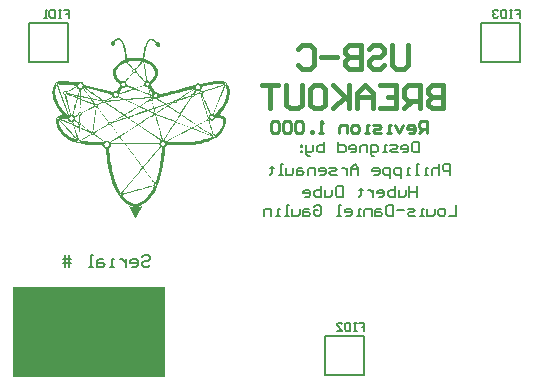
<source format=gbo>
G04*
G04 #@! TF.GenerationSoftware,Altium Limited,Altium Designer,20.1.11 (218)*
G04*
G04 Layer_Color=32896*
%FSLAX24Y24*%
%MOIN*%
G70*
G04*
G04 #@! TF.SameCoordinates,54141B6B-DA1B-4774-B8CF-21792AEDCB4D*
G04*
G04*
G04 #@! TF.FilePolarity,Positive*
G04*
G01*
G75*
%ADD10C,0.0050*%
%ADD40C,0.0080*%
%ADD41C,0.0090*%
%ADD42C,0.0079*%
%ADD43C,0.0157*%
%ADD44C,0.0060*%
%ADD45R,0.5086X0.3033*%
G36*
X6126Y11828D02*
X6141Y11820D01*
X6159Y11809D01*
X6177Y11795D01*
X6199Y11777D01*
X6217Y11755D01*
X6239Y11722D01*
X6261Y11685D01*
X6283Y11642D01*
X6301Y11587D01*
X6319Y11529D01*
X6338Y11456D01*
X6352Y11376D01*
Y11372D01*
Y11368D01*
X6356Y11346D01*
X6360Y11314D01*
X6367Y11277D01*
X6370Y11237D01*
X6378Y11201D01*
X6381Y11168D01*
X6389Y11142D01*
X6396D01*
X6414Y11146D01*
X6440Y11153D01*
X6476Y11161D01*
X6516Y11164D01*
X6560Y11171D01*
X6658Y11175D01*
X6684D01*
X6706Y11171D01*
X6739D01*
X6775Y11168D01*
X6815Y11164D01*
X6855D01*
X6884Y11161D01*
X6906D01*
Y11164D01*
Y11168D01*
X6910Y11190D01*
X6914Y11219D01*
X6921Y11263D01*
X6928Y11310D01*
X6935Y11365D01*
X6950Y11423D01*
X6965Y11485D01*
X6979Y11547D01*
X7001Y11605D01*
X7023Y11660D01*
X7045Y11707D01*
X7074Y11751D01*
X7103Y11780D01*
X7140Y11802D01*
X7158Y11809D01*
X7194D01*
X7216Y11802D01*
X7242Y11795D01*
X7274Y11780D01*
X7311Y11758D01*
X7351Y11729D01*
X7395Y11689D01*
X7409D01*
X7427Y11685D01*
X7446Y11678D01*
X7460Y11671D01*
X7479Y11656D01*
X7489Y11638D01*
X7493Y11613D01*
Y11605D01*
Y11602D01*
X7489Y11594D01*
X7479Y11569D01*
X7471Y11554D01*
X7457Y11543D01*
X7442Y11536D01*
X7420Y11532D01*
X7402D01*
X7395Y11536D01*
X7369Y11547D01*
X7355Y11554D01*
X7344Y11569D01*
X7336Y11583D01*
X7333Y11605D01*
Y11613D01*
Y11616D01*
X7336Y11623D01*
X7340Y11638D01*
X7347Y11653D01*
X7344Y11656D01*
X7329Y11667D01*
X7311Y11685D01*
X7289Y11704D01*
X7267Y11722D01*
X7242Y11740D01*
X7220Y11751D01*
X7198Y11755D01*
X7169D01*
X7150Y11744D01*
X7140Y11736D01*
X7125Y11722D01*
X7107Y11704D01*
X7092Y11678D01*
X7074Y11645D01*
X7056Y11605D01*
X7037Y11554D01*
X7019Y11492D01*
X7001Y11423D01*
X6986Y11339D01*
X6972Y11244D01*
X6961Y11135D01*
X6965D01*
X6983Y11128D01*
X7005Y11120D01*
X7034Y11106D01*
X7070Y11091D01*
X7110Y11069D01*
X7150Y11048D01*
X7194Y11018D01*
X7238Y10986D01*
X7282Y10953D01*
X7318Y10913D01*
X7355Y10869D01*
X7384Y10825D01*
X7409Y10774D01*
X7424Y10720D01*
X7427Y10661D01*
Y10658D01*
Y10654D01*
Y10643D01*
X7424Y10628D01*
X7413Y10588D01*
X7395Y10537D01*
X7384Y10508D01*
X7366Y10479D01*
X7344Y10446D01*
X7322Y10413D01*
X7289Y10381D01*
X7256Y10348D01*
X7216Y10311D01*
X7172Y10278D01*
Y10257D01*
X7318Y10034D01*
X7333D01*
X7351Y10031D01*
X7369Y10023D01*
X7391Y10016D01*
X7413Y10001D01*
X7435Y9980D01*
X7453Y9954D01*
X7460D01*
X7475Y9958D01*
X7500Y9965D01*
X7537Y9972D01*
X7584Y9983D01*
X7639Y9994D01*
X7705Y10009D01*
X7777Y10027D01*
X7861Y10045D01*
X7949Y10067D01*
X8047Y10093D01*
X8153Y10118D01*
X8262Y10147D01*
X8379Y10180D01*
X8503Y10213D01*
X8634Y10249D01*
X8638Y10253D01*
X8641Y10260D01*
X8652Y10275D01*
X8667Y10289D01*
X8703Y10315D01*
X8725Y10322D01*
X8751Y10326D01*
X8754D01*
X8765Y10322D01*
X8776Y10319D01*
X8791Y10315D01*
X8809Y10308D01*
X8831Y10297D01*
X8834D01*
X8853Y10300D01*
X8875Y10308D01*
X8907Y10315D01*
X8944Y10322D01*
X8988Y10333D01*
X9035Y10340D01*
X9086Y10351D01*
X9195Y10373D01*
X9305Y10388D01*
X9356Y10395D01*
X9407Y10402D01*
X9450Y10406D01*
X9505D01*
X9520Y10402D01*
X9538D01*
X9563Y10395D01*
X9589Y10388D01*
X9618Y10381D01*
X9647Y10366D01*
X9676Y10351D01*
X9706Y10330D01*
X9731Y10304D01*
X9757Y10271D01*
X9775Y10235D01*
X9789Y10195D01*
X9800Y10144D01*
X9804Y10089D01*
Y9980D01*
Y9976D01*
Y9965D01*
X9800Y9943D01*
X9797Y9918D01*
X9793Y9885D01*
X9786Y9845D01*
X9775Y9801D01*
X9760Y9754D01*
X9738Y9703D01*
X9717Y9644D01*
X9687Y9586D01*
X9651Y9524D01*
X9607Y9458D01*
X9560Y9393D01*
X9505Y9327D01*
X9440Y9258D01*
X9461D01*
X9480Y9254D01*
X9520Y9251D01*
X9563Y9243D01*
X9611Y9225D01*
X9647Y9203D01*
X9666Y9189D01*
X9676Y9174D01*
X9684Y9152D01*
X9687Y9130D01*
Y9090D01*
Y9083D01*
Y9065D01*
X9684Y9036D01*
X9673Y8995D01*
X9662Y8944D01*
X9644Y8890D01*
X9618Y8831D01*
X9582Y8769D01*
X9538Y8704D01*
X9483Y8635D01*
X9418Y8569D01*
X9378Y8540D01*
X9334Y8507D01*
X9290Y8478D01*
X9239Y8449D01*
X9184Y8420D01*
X9130Y8394D01*
X9068Y8368D01*
X8999Y8347D01*
X8929Y8325D01*
X8853Y8307D01*
X8849D01*
X8838Y8303D01*
X8820Y8299D01*
X8794Y8296D01*
X8765Y8292D01*
X8729Y8288D01*
X8689Y8281D01*
X8645Y8277D01*
X8550Y8263D01*
X8444Y8256D01*
X8335Y8248D01*
X8229Y8245D01*
X8095D01*
X8062Y8248D01*
X7978D01*
X7890Y8252D01*
X7799Y8256D01*
X7705Y8259D01*
X7650Y8179D01*
Y8175D01*
Y8172D01*
Y8161D01*
Y8150D01*
X7646Y8110D01*
Y8059D01*
X7639Y7997D01*
X7635Y7924D01*
X7624Y7836D01*
X7610Y7745D01*
X7595Y7639D01*
X7573Y7530D01*
X7548Y7414D01*
X7519Y7290D01*
X7482Y7162D01*
X7442Y7031D01*
X7395Y6896D01*
X7340Y6761D01*
X7336Y6754D01*
X7325Y6736D01*
X7311Y6710D01*
X7285Y6674D01*
X7260Y6630D01*
X7223Y6582D01*
X7187Y6531D01*
X7143Y6480D01*
X7096Y6429D01*
X7041Y6378D01*
X6986Y6331D01*
X6928Y6287D01*
X6866Y6251D01*
X6801Y6225D01*
X6735Y6207D01*
X6666Y6200D01*
X6647D01*
X6622Y6203D01*
X6589Y6211D01*
X6553Y6225D01*
X6505Y6243D01*
X6454Y6269D01*
X6400Y6302D01*
X6341Y6342D01*
X6279Y6397D01*
X6217Y6462D01*
X6152Y6539D01*
X6119Y6582D01*
X6086Y6633D01*
X6057Y6685D01*
X6024Y6739D01*
X5991Y6801D01*
X5962Y6863D01*
X5929Y6932D01*
X5900Y7005D01*
Y7009D01*
X5897Y7013D01*
X5893Y7023D01*
X5886Y7038D01*
X5882Y7060D01*
X5871Y7085D01*
X5864Y7115D01*
X5853Y7155D01*
X5838Y7195D01*
X5827Y7246D01*
X5813Y7304D01*
X5795Y7370D01*
X5780Y7439D01*
X5762Y7519D01*
X5744Y7607D01*
X5725Y7705D01*
Y7709D01*
Y7723D01*
X5722Y7742D01*
Y7767D01*
X5718Y7800D01*
X5714Y7833D01*
X5707Y7909D01*
X5700Y7986D01*
X5696Y8022D01*
X5692Y8055D01*
X5689Y8084D01*
X5685Y8110D01*
X5682Y8128D01*
X5678Y8139D01*
X5667D01*
X5656Y8146D01*
X5645Y8153D01*
X5627Y8164D01*
X5609Y8183D01*
X5587Y8208D01*
X5565Y8245D01*
X5405D01*
X5375Y8248D01*
X5343D01*
X5302Y8252D01*
X5262Y8256D01*
X5215Y8259D01*
X5164Y8263D01*
X5055Y8277D01*
X4931Y8296D01*
X4803Y8321D01*
X4799D01*
X4785Y8317D01*
X4770Y8314D01*
X4752D01*
X4745Y8321D01*
X4730Y8328D01*
X4712Y8336D01*
X4683Y8347D01*
X4646Y8361D01*
X4599Y8376D01*
X4544Y8394D01*
X4537Y8398D01*
X4522Y8405D01*
X4497Y8420D01*
X4460Y8438D01*
X4420Y8460D01*
X4377Y8492D01*
X4329Y8525D01*
X4278Y8565D01*
X4227Y8613D01*
X4180Y8664D01*
X4136Y8722D01*
X4096Y8788D01*
X4063Y8857D01*
X4034Y8930D01*
X4019Y9010D01*
X4012Y9097D01*
Y9130D01*
Y9138D01*
X4016Y9152D01*
X4027Y9170D01*
X4045Y9196D01*
X4074Y9218D01*
X4092Y9229D01*
X4118Y9240D01*
X4147Y9247D01*
X4180Y9254D01*
X4216Y9258D01*
X4260D01*
X4256Y9262D01*
X4245Y9272D01*
X4227Y9294D01*
X4205Y9320D01*
X4176Y9353D01*
X4147Y9389D01*
X4114Y9433D01*
X4081Y9484D01*
X4045Y9539D01*
X4012Y9597D01*
X3983Y9659D01*
X3957Y9724D01*
X3932Y9794D01*
X3914Y9863D01*
X3903Y9936D01*
X3899Y10012D01*
Y10056D01*
Y10060D01*
Y10071D01*
X3903Y10089D01*
Y10111D01*
X3906Y10136D01*
X3914Y10165D01*
X3936Y10231D01*
X3950Y10264D01*
X3968Y10297D01*
X3990Y10326D01*
X4019Y10351D01*
X4049Y10373D01*
X4089Y10391D01*
X4129Y10402D01*
X4180Y10406D01*
X4242D01*
X4260Y10402D01*
X4278D01*
X4304Y10399D01*
X4333D01*
X4366Y10391D01*
X4402Y10388D01*
X4446Y10384D01*
X4493Y10377D01*
X4548Y10366D01*
X4606Y10359D01*
X4672Y10348D01*
X4741Y10333D01*
Y10337D01*
X4748Y10344D01*
X4756Y10348D01*
X4770Y10355D01*
X4785Y10359D01*
X4807Y10366D01*
X4861D01*
X4872Y10362D01*
X4887Y10355D01*
X4902Y10344D01*
X4920Y10326D01*
X4942Y10304D01*
X4963Y10271D01*
X5908Y10027D01*
X5911D01*
X5915Y10031D01*
X5937Y10045D01*
X5962Y10056D01*
X5984Y10060D01*
X6035D01*
X6152Y10238D01*
Y10242D01*
Y10249D01*
X6148Y10264D01*
X6141Y10278D01*
X6134Y10297D01*
X6119Y10315D01*
X6097Y10333D01*
X6072Y10351D01*
Y10355D01*
X6064Y10359D01*
X6046Y10377D01*
X6021Y10406D01*
X5995Y10446D01*
X5966Y10490D01*
X5940Y10541D01*
X5922Y10592D01*
X5918Y10617D01*
X5915Y10643D01*
Y10690D01*
Y10694D01*
Y10701D01*
X5918Y10716D01*
X5922Y10730D01*
X5926Y10752D01*
X5933Y10778D01*
X5948Y10803D01*
X5962Y10833D01*
X5980Y10865D01*
X6006Y10898D01*
X6035Y10935D01*
X6072Y10967D01*
X6115Y11004D01*
X6163Y11040D01*
X6221Y11073D01*
X6287Y11106D01*
X6290D01*
X6298Y11110D01*
X6308Y11113D01*
X6327Y11120D01*
Y11128D01*
X6323Y11142D01*
Y11168D01*
X6319Y11201D01*
X6312Y11241D01*
X6308Y11285D01*
X6301Y11332D01*
X6294Y11383D01*
X6272Y11485D01*
X6261Y11536D01*
X6250Y11583D01*
X6236Y11627D01*
X6225Y11664D01*
X6206Y11693D01*
X6192Y11715D01*
Y11718D01*
X6185Y11722D01*
X6170Y11740D01*
X6141Y11766D01*
X6104Y11784D01*
X6101D01*
X6090Y11780D01*
X6072Y11773D01*
X6053Y11762D01*
X6006Y11736D01*
X5988Y11718D01*
X5970Y11696D01*
X5973Y11689D01*
X5984Y11675D01*
X5991Y11653D01*
X5995Y11634D01*
Y11631D01*
Y11627D01*
X5988Y11609D01*
X5977Y11594D01*
X5966Y11583D01*
X5948Y11569D01*
X5922Y11558D01*
X5918D01*
X5911Y11562D01*
X5897Y11565D01*
X5882Y11576D01*
X5867Y11583D01*
X5853Y11598D01*
X5846Y11616D01*
X5842Y11634D01*
Y11642D01*
Y11645D01*
X5846Y11653D01*
X5857Y11678D01*
X5864Y11693D01*
X5878Y11704D01*
X5893Y11711D01*
X5915Y11715D01*
X5918Y11718D01*
X5926Y11729D01*
X5937Y11744D01*
X5955Y11758D01*
X5980Y11780D01*
X6013Y11798D01*
X6050Y11817D01*
X6097Y11835D01*
X6104D01*
X6126Y11828D01*
D02*
G37*
G36*
X6895Y6225D02*
X6899Y6222D01*
X6895Y6218D01*
X6892Y6207D01*
X6881Y6189D01*
X6866Y6163D01*
X6848Y6134D01*
X6830Y6101D01*
X6790Y6032D01*
X6750Y5963D01*
X6731Y5930D01*
X6713Y5901D01*
X6695Y5875D01*
X6684Y5853D01*
X6673Y5839D01*
X6666Y5832D01*
X6436Y6214D01*
Y6229D01*
X6440D01*
X6443Y6225D01*
X6465Y6222D01*
X6494Y6214D01*
X6531Y6207D01*
X6571Y6196D01*
X6611Y6189D01*
X6644Y6185D01*
X6673Y6181D01*
X6677D01*
X6691Y6185D01*
X6713Y6189D01*
X6742Y6192D01*
X6779Y6200D01*
X6815Y6207D01*
X6895Y6229D01*
Y6225D01*
D02*
G37*
%LPC*%
G36*
X6731Y11073D02*
X6607D01*
X6571Y11069D01*
X6531Y11066D01*
X6487Y11059D01*
X6447Y11051D01*
X6414Y11040D01*
X6403Y11033D01*
X6396Y11026D01*
X6400Y11022D01*
X6403Y11015D01*
X6414Y11004D01*
X6429Y10993D01*
X6462Y10956D01*
X6502Y10916D01*
X6538Y10873D01*
X6575Y10840D01*
X6589Y10825D01*
X6600Y10814D01*
X6607Y10807D01*
X6611Y10803D01*
X6662D01*
X6666Y10811D01*
X6677Y10825D01*
X6699Y10843D01*
X6724Y10876D01*
X6742Y10898D01*
X6760Y10920D01*
X6782Y10949D01*
X6808Y10978D01*
X6833Y11015D01*
X6866Y11055D01*
X6863D01*
X6855Y11059D01*
X6841Y11062D01*
X6819Y11066D01*
X6793D01*
X6764Y11069D01*
X6731Y11073D01*
D02*
G37*
G36*
X6629Y10778D02*
X6626Y10774D01*
X6615Y10771D01*
X6604Y10760D01*
X6596Y10749D01*
Y10723D01*
X6600Y10716D01*
X6607Y10709D01*
X6618Y10701D01*
X6629D01*
X6644Y10705D01*
X6655Y10712D01*
X6666Y10723D01*
Y10749D01*
Y10752D01*
X6658Y10760D01*
X6647Y10767D01*
X6629Y10778D01*
D02*
G37*
G36*
X6677Y10683D02*
X6673Y10679D01*
X6662Y10676D01*
X6644Y10672D01*
X6626Y10668D01*
X6611D01*
X6596Y10676D01*
X6341Y10359D01*
X6345D01*
X6349Y10355D01*
X6352Y10348D01*
X6356Y10340D01*
X6363Y10326D01*
X6367Y10304D01*
X6374Y10278D01*
Y10275D01*
X6370Y10271D01*
X6367Y10257D01*
X6637Y10151D01*
X6640D01*
X6647Y10155D01*
X6662Y10158D01*
X6677Y10165D01*
X6720Y10180D01*
X6771Y10198D01*
X6826Y10217D01*
X6881Y10231D01*
X6924Y10246D01*
X6946Y10253D01*
X6961Y10257D01*
Y10304D01*
Y10308D01*
X6965Y10319D01*
X6972Y10337D01*
X6983Y10359D01*
X6979Y10362D01*
X6972Y10370D01*
X6957Y10384D01*
X6943Y10402D01*
X6899Y10446D01*
X6848Y10497D01*
X6797Y10552D01*
X6746Y10607D01*
X6706Y10650D01*
X6688Y10668D01*
X6677Y10683D01*
D02*
G37*
G36*
X6352Y11018D02*
X6349D01*
X6338Y11011D01*
X6323Y11007D01*
X6301Y10997D01*
X6276Y10982D01*
X6247Y10967D01*
X6185Y10931D01*
X6123Y10880D01*
X6093Y10851D01*
X6068Y10822D01*
X6050Y10785D01*
X6031Y10749D01*
X6021Y10709D01*
X6017Y10668D01*
Y10661D01*
X6021Y10643D01*
X6028Y10614D01*
X6039Y10577D01*
X6061Y10534D01*
X6090Y10483D01*
X6134Y10435D01*
X6163Y10410D01*
X6192Y10384D01*
X6261Y10391D01*
X6319Y10384D01*
X6323Y10388D01*
X6330Y10395D01*
X6341Y10413D01*
X6363Y10443D01*
X6396Y10483D01*
X6418Y10508D01*
X6440Y10534D01*
X6469Y10566D01*
X6498Y10603D01*
X6534Y10647D01*
X6571Y10690D01*
X6564Y10738D01*
Y10741D01*
X6578Y10789D01*
X6352Y11018D01*
D02*
G37*
G36*
X6968Y11026D02*
X6961D01*
Y11018D01*
Y11011D01*
X6965Y10993D01*
X6968Y10964D01*
X6976Y10924D01*
X6983Y10880D01*
X6994Y10829D01*
X7001Y10774D01*
X7012Y10716D01*
X7030Y10603D01*
X7041Y10548D01*
X7052Y10501D01*
X7059Y10461D01*
X7067Y10428D01*
X7074Y10402D01*
X7078Y10391D01*
X7081D01*
X7085Y10388D01*
X7103Y10384D01*
X7118Y10381D01*
X7125Y10377D01*
X7132D01*
X7136Y10384D01*
X7158Y10402D01*
X7191Y10428D01*
X7227Y10464D01*
X7263Y10508D01*
X7296Y10555D01*
X7318Y10607D01*
X7322Y10636D01*
X7325Y10661D01*
Y10665D01*
Y10672D01*
X7322Y10683D01*
Y10701D01*
X7307Y10741D01*
X7296Y10767D01*
X7282Y10796D01*
X7263Y10825D01*
X7238Y10854D01*
X7209Y10884D01*
X7176Y10916D01*
X7132Y10946D01*
X7085Y10975D01*
X7030Y11000D01*
X6968Y11026D01*
D02*
G37*
G36*
X6914Y11048D02*
X6906D01*
X6903Y11044D01*
X6899Y11037D01*
X6888Y11022D01*
X6873Y11007D01*
X6841Y10967D01*
X6801Y10920D01*
X6764Y10869D01*
X6728Y10829D01*
X6713Y10814D01*
X6702Y10800D01*
X6695Y10792D01*
X6691Y10789D01*
Y10785D01*
Y10771D01*
X6695Y10752D01*
X6702Y10730D01*
X6709Y10705D01*
X6720Y10679D01*
X6739Y10658D01*
X6764Y10636D01*
X6768Y10632D01*
X6775Y10625D01*
X6782Y10614D01*
X6797Y10599D01*
X6833Y10563D01*
X6873Y10519D01*
X6914Y10472D01*
X6954Y10432D01*
X6986Y10395D01*
X7001Y10384D01*
X7008Y10377D01*
X7012D01*
X7016Y10381D01*
X7034Y10384D01*
Y10388D01*
Y10391D01*
Y10399D01*
X7030Y10410D01*
X7027Y10424D01*
X7023Y10446D01*
X7019Y10475D01*
X7012Y10512D01*
X7005Y10555D01*
X6994Y10610D01*
X6983Y10672D01*
X6968Y10749D01*
X6954Y10836D01*
X6935Y10935D01*
X6914Y11048D01*
D02*
G37*
G36*
X4038Y10326D02*
X4034D01*
X4027Y10322D01*
X4019Y10319D01*
X4012Y10304D01*
Y10289D01*
X4016Y10286D01*
X4023Y10278D01*
X4034Y10271D01*
X4038Y10275D01*
X4049Y10278D01*
X4056Y10282D01*
X4060Y10289D01*
Y10304D01*
Y10308D01*
X4056Y10311D01*
X4052Y10319D01*
X4038Y10326D01*
D02*
G37*
G36*
X9673Y10311D02*
X9658D01*
X9651Y10308D01*
X9644Y10300D01*
X9640Y10286D01*
Y10282D01*
X9644Y10278D01*
X9647Y10264D01*
X9676D01*
X9680Y10268D01*
X9687Y10275D01*
X9695Y10286D01*
Y10289D01*
Y10293D01*
X9691Y10297D01*
X9687Y10304D01*
X9673Y10311D01*
D02*
G37*
G36*
X7063Y10337D02*
X7056D01*
X7041Y10330D01*
X7023Y10315D01*
X7019Y10304D01*
X7016Y10286D01*
Y10278D01*
X7023Y10264D01*
X7030Y10257D01*
X7037Y10246D01*
X7052Y10242D01*
X7070Y10238D01*
X7078D01*
X7092Y10246D01*
X7107Y10260D01*
X7114Y10271D01*
X7118Y10289D01*
Y10293D01*
Y10297D01*
X7110Y10311D01*
X7103Y10319D01*
X7096Y10330D01*
X7081Y10333D01*
X7063Y10337D01*
D02*
G37*
G36*
X6261Y10337D02*
X6247D01*
X6228Y10330D01*
X6206Y10315D01*
X6203Y10304D01*
X6199Y10286D01*
Y10278D01*
Y10275D01*
Y10271D01*
X6206Y10253D01*
X6214Y10242D01*
X6221Y10231D01*
X6236Y10227D01*
X6254Y10224D01*
X6268D01*
X6287Y10231D01*
X6298Y10238D01*
X6305Y10246D01*
X6308Y10260D01*
X6312Y10278D01*
Y10286D01*
Y10289D01*
Y10293D01*
X6305Y10311D01*
X6290Y10330D01*
X6279Y10333D01*
X6261Y10337D01*
D02*
G37*
G36*
X4836Y10311D02*
X4803D01*
X4799Y10308D01*
X4785Y10300D01*
X4770Y10286D01*
X4756Y10264D01*
Y10209D01*
Y10206D01*
X4767Y10191D01*
X4774Y10184D01*
X4785Y10173D01*
X4803Y10165D01*
X4829Y10155D01*
X4832D01*
X4840Y10158D01*
X4865Y10173D01*
X4891Y10198D01*
X4898Y10213D01*
X4902Y10231D01*
Y10242D01*
Y10246D01*
X4898Y10253D01*
X4891Y10278D01*
X4869Y10300D01*
X4854Y10308D01*
X4836Y10311D01*
D02*
G37*
G36*
X8758Y10264D02*
X8721D01*
X8718Y10260D01*
X8703Y10253D01*
X8689Y10238D01*
X8674Y10217D01*
Y10162D01*
X8678Y10158D01*
X8689Y10144D01*
X8703Y10129D01*
X8721Y10114D01*
X8762D01*
X8769Y10118D01*
X8791Y10129D01*
X8813Y10151D01*
X8820Y10165D01*
X8824Y10184D01*
Y10195D01*
Y10198D01*
X8820Y10206D01*
X8809Y10231D01*
X8791Y10253D01*
X8776Y10260D01*
X8758Y10264D01*
D02*
G37*
G36*
X9505Y10304D02*
X9454D01*
X9432Y10300D01*
X9407D01*
X9378Y10297D01*
X9345Y10293D01*
X9305Y10286D01*
X9261Y10278D01*
X9210Y10271D01*
X9155Y10260D01*
X9093Y10249D01*
X9028Y10235D01*
X8955Y10220D01*
X8878Y10202D01*
Y10169D01*
Y10165D01*
X8875Y10158D01*
X8864Y10133D01*
X8853Y10107D01*
X8845Y10100D01*
X8838Y10096D01*
Y10093D01*
X8845Y10078D01*
X8853Y10071D01*
X8867Y10063D01*
X8882Y10056D01*
X8904Y10049D01*
X8907D01*
X8911Y10052D01*
X8933Y10060D01*
X8966Y10067D01*
X9006Y10082D01*
X9057Y10100D01*
X9111Y10118D01*
X9173Y10136D01*
X9235Y10158D01*
X9359Y10202D01*
X9418Y10220D01*
X9472Y10238D01*
X9520Y10257D01*
X9556Y10271D01*
X9585Y10282D01*
X9600Y10289D01*
X9596D01*
X9593Y10293D01*
X9571Y10297D01*
X9538Y10300D01*
X9505Y10304D01*
D02*
G37*
G36*
X4092Y10278D02*
X4074Y10249D01*
X4464Y9251D01*
X4468Y9254D01*
X4479Y9258D01*
X4486Y9265D01*
X4490Y9272D01*
Y9276D01*
X4486Y9280D01*
X4482Y9302D01*
X4471Y9334D01*
X4460Y9378D01*
X4450Y9429D01*
X4431Y9488D01*
X4417Y9546D01*
X4399Y9611D01*
X4380Y9673D01*
X4366Y9732D01*
X4347Y9790D01*
X4333Y9841D01*
X4318Y9885D01*
X4307Y9918D01*
X4300Y9939D01*
Y9947D01*
X4296D01*
X4289Y9950D01*
X4278Y9958D01*
X4267Y9972D01*
X4260Y9994D01*
Y10020D01*
Y10023D01*
X4264Y10027D01*
X4278Y10042D01*
X4296Y10052D01*
X4304Y10060D01*
X4318D01*
X4333Y10056D01*
X4347Y10052D01*
X4362Y10049D01*
X4366Y10052D01*
X4377Y10056D01*
X4395Y10063D01*
X4417Y10074D01*
X4442Y10085D01*
X4468Y10100D01*
X4533Y10133D01*
X4595Y10165D01*
X4621Y10180D01*
X4650Y10195D01*
X4668Y10206D01*
X4686Y10217D01*
X4697Y10224D01*
X4701Y10231D01*
X4690Y10235D01*
X4683Y10238D01*
X4668D01*
X4650Y10242D01*
X4624Y10246D01*
X4592Y10249D01*
X4552Y10253D01*
X4504Y10257D01*
X4446Y10260D01*
X4373Y10264D01*
X4293Y10268D01*
X4198Y10275D01*
X4092Y10278D01*
D02*
G37*
G36*
X8853Y10034D02*
X8849D01*
X8838Y10027D01*
X8827Y10020D01*
X8824Y10012D01*
Y10001D01*
Y9998D01*
X8827Y9991D01*
X8834Y9983D01*
X8853Y9980D01*
X8856D01*
X8860Y9983D01*
X8871Y9987D01*
Y10027D01*
X8867D01*
X8853Y10034D01*
D02*
G37*
G36*
X6352Y10224D02*
Y10220D01*
X6345Y10213D01*
X6338Y10206D01*
X6323Y10195D01*
X6305Y10180D01*
X6283Y10173D01*
X6257Y10165D01*
X6225Y10162D01*
X6221Y10155D01*
X6210Y10136D01*
X6192Y10111D01*
X6174Y10078D01*
X6152Y10045D01*
X6137Y10016D01*
X6123Y9994D01*
X6119Y9980D01*
X6130D01*
X6144Y9987D01*
X6166Y9994D01*
X6195Y10001D01*
X6228Y10016D01*
X6265Y10027D01*
X6345Y10056D01*
X6425Y10082D01*
X6465Y10096D01*
X6502Y10107D01*
X6531Y10114D01*
X6556Y10122D01*
X6571Y10129D01*
X6582D01*
X6578Y10133D01*
X6571Y10136D01*
X6553Y10147D01*
X6527Y10158D01*
X6509Y10165D01*
X6483Y10176D01*
X6458Y10184D01*
X6429Y10198D01*
X6392Y10209D01*
X6352Y10224D01*
D02*
G37*
G36*
X4315Y10027D02*
X4311D01*
X4304Y10020D01*
X4293Y10016D01*
X4289Y10009D01*
Y9994D01*
X4293Y9987D01*
X4296Y9980D01*
X4307Y9972D01*
X4326D01*
X4329Y9976D01*
X4337Y9983D01*
X4344Y10001D01*
Y10005D01*
X4337Y10012D01*
X4329Y10020D01*
X4315Y10027D01*
D02*
G37*
G36*
X6961Y10231D02*
X6691Y10144D01*
Y10129D01*
X6699Y10125D01*
X6713Y10122D01*
X6746Y10111D01*
X6768Y10104D01*
X6793Y10093D01*
X6819Y10082D01*
X6852Y10071D01*
X6892Y10056D01*
X6932Y10042D01*
X6976Y10023D01*
X7027Y10005D01*
X7081Y9983D01*
X7143Y9961D01*
Y9969D01*
Y9972D01*
X7140Y9980D01*
Y9987D01*
X7136Y10001D01*
X7125Y10038D01*
X7114Y10078D01*
X7103Y10114D01*
X7092Y10151D01*
X7089Y10165D01*
X7085Y10173D01*
X7081Y10180D01*
X7078Y10184D01*
X7067D01*
X7056Y10187D01*
X7041Y10191D01*
X7005Y10206D01*
X6983Y10217D01*
X6961Y10231D01*
D02*
G37*
G36*
X8696Y10067D02*
X8692Y10063D01*
X8685Y10056D01*
X8678Y10042D01*
X8667Y10023D01*
X8641Y9987D01*
X8630Y9969D01*
X8623Y9954D01*
X8630D01*
X8634Y9958D01*
X8652Y9961D01*
X8678Y9969D01*
X8711Y9980D01*
X8740Y9991D01*
X8765Y10001D01*
X8783Y10012D01*
X8791Y10016D01*
Y10020D01*
X8794Y10023D01*
X8798Y10034D01*
X8802Y10045D01*
X8805Y10060D01*
X8711D01*
X8696Y10067D01*
D02*
G37*
G36*
X7129Y10129D02*
Y10122D01*
Y10118D01*
X7132Y10114D01*
X7136Y10093D01*
X7143Y10063D01*
X7154Y10027D01*
X7165Y9991D01*
X7180Y9961D01*
X7194Y9939D01*
X7198Y9936D01*
X7205Y9932D01*
X7212D01*
X7216Y9936D01*
Y9939D01*
X7223Y9980D01*
X7220Y9983D01*
X7216Y9998D01*
X7205Y10016D01*
X7194Y10038D01*
X7161Y10085D01*
X7147Y10111D01*
X7129Y10129D01*
D02*
G37*
G36*
X4701Y10184D02*
X4690D01*
X4679Y10176D01*
X4665Y10169D01*
X4646Y10158D01*
X4621Y10147D01*
X4595Y10133D01*
X4537Y10104D01*
X4479Y10071D01*
X4428Y10045D01*
X4406Y10034D01*
X4388Y10027D01*
X4377Y10023D01*
X4369Y10020D01*
X4373Y10016D01*
X4380Y10009D01*
X4395Y10001D01*
X4417Y9994D01*
X4450Y9987D01*
X4471Y9983D01*
X4497Y9976D01*
X4526Y9972D01*
X4559Y9969D01*
X4563D01*
X4573Y9961D01*
X4595Y9958D01*
X4617Y9950D01*
X4646Y9943D01*
X4676Y9939D01*
X4741Y9932D01*
Y9936D01*
X4745Y9939D01*
X4748Y9958D01*
X4756Y9983D01*
X4767Y10016D01*
X4774Y10045D01*
X4781Y10074D01*
X4785Y10096D01*
X4789Y10107D01*
X4785D01*
X4767Y10118D01*
X4756Y10125D01*
X4741Y10140D01*
X4723Y10158D01*
X4701Y10184D01*
D02*
G37*
G36*
X4829Y10104D02*
X4821D01*
X4774Y9921D01*
X4821Y9907D01*
Y9921D01*
Y9929D01*
Y9936D01*
Y9950D01*
X4825Y9972D01*
Y10001D01*
Y10042D01*
X4829Y10089D01*
Y10104D01*
D02*
G37*
G36*
X8568Y9939D02*
X8565Y9936D01*
X8561Y9929D01*
X8554Y9918D01*
X8547Y9914D01*
Y9910D01*
X8554Y9899D01*
X8568Y9888D01*
X8587Y9885D01*
X8601Y9907D01*
Y9921D01*
Y9925D01*
X8598Y9929D01*
X8587Y9936D01*
X8568Y9939D01*
D02*
G37*
G36*
X7191Y9907D02*
Y9892D01*
Y9888D01*
X7194Y9885D01*
X7198Y9878D01*
Y9874D01*
X7212D01*
X7216Y9878D01*
Y9885D01*
Y9888D01*
X7212Y9892D01*
X7205Y9899D01*
X7191Y9907D01*
D02*
G37*
G36*
X6002Y10009D02*
X5991D01*
X5988Y10005D01*
X5966Y9998D01*
X5948Y9980D01*
X5940Y9965D01*
X5937Y9947D01*
Y9932D01*
Y9929D01*
X5940Y9925D01*
X5948Y9903D01*
X5966Y9885D01*
X5977Y9878D01*
X5995Y9874D01*
X6006D01*
X6013Y9878D01*
X6039Y9885D01*
X6050Y9896D01*
X6061Y9907D01*
X6068Y9925D01*
X6072Y9947D01*
Y9950D01*
X6068Y9958D01*
X6053Y9980D01*
X6031Y9998D01*
X6021Y10005D01*
X6002Y10009D01*
D02*
G37*
G36*
X4537Y9932D02*
X4533D01*
Y9925D01*
X4537D01*
X4541Y9921D01*
X4559Y9918D01*
X4584Y9907D01*
X4617Y9896D01*
X4650Y9885D01*
X4679Y9878D01*
X4705Y9870D01*
X4719Y9867D01*
Y9870D01*
X4723Y9874D01*
X4727Y9892D01*
X4719D01*
X4705Y9896D01*
X4686Y9899D01*
X4665Y9907D01*
X4628Y9914D01*
X4588Y9921D01*
X4537Y9932D01*
D02*
G37*
G36*
X7333Y9980D02*
X7329D01*
X7322Y9976D01*
X7304Y9965D01*
X7282Y9943D01*
X7274Y9932D01*
X7271Y9914D01*
Y9910D01*
Y9907D01*
X7278Y9888D01*
X7289Y9878D01*
X7300Y9867D01*
X7318Y9859D01*
X7340Y9852D01*
X7344D01*
X7351Y9856D01*
X7369Y9867D01*
X7391Y9885D01*
X7395Y9899D01*
X7398Y9914D01*
Y9918D01*
X7395Y9925D01*
X7384Y9947D01*
X7366Y9969D01*
X7351Y9976D01*
X7333Y9980D01*
D02*
G37*
G36*
X4916Y10136D02*
X4912D01*
X4909Y10133D01*
X4887Y10122D01*
X4865Y10107D01*
X4858Y10100D01*
X4854Y10096D01*
Y9899D01*
X4861D01*
X4880Y9896D01*
X4905Y9888D01*
X4934Y9885D01*
X4960Y9878D01*
X4985Y9870D01*
X5004Y9863D01*
X5011D01*
Y9859D01*
X5015D01*
X5018Y9867D01*
X5022D01*
X5036Y9863D01*
X5055Y9859D01*
X5076Y9852D01*
X5098Y9848D01*
X5117Y9841D01*
X5135Y9837D01*
X5146D01*
X5142Y9841D01*
X5138Y9848D01*
X5128Y9863D01*
X5113Y9881D01*
X5080Y9929D01*
X5040Y9980D01*
X5000Y10034D01*
X4963Y10082D01*
X4945Y10104D01*
X4934Y10118D01*
X4923Y10129D01*
X4916Y10136D01*
D02*
G37*
G36*
X7231Y9845D02*
X7227D01*
X7223Y9841D01*
X7216Y9837D01*
X7212D01*
Y9826D01*
X7238D01*
X7242Y9830D01*
X7245Y9837D01*
X7231Y9845D01*
D02*
G37*
G36*
X4821Y9874D02*
X4763D01*
Y9870D01*
X4759Y9867D01*
X4756Y9845D01*
Y9837D01*
X4763D01*
X4778Y9834D01*
X4796Y9830D01*
X4814Y9826D01*
X4821Y9867D01*
Y9874D01*
D02*
G37*
G36*
X6090Y9852D02*
X6086Y9848D01*
X6068Y9837D01*
X6042Y9823D01*
X6010Y9819D01*
X5980D01*
X5966Y9823D01*
X5940Y9834D01*
X5908Y9852D01*
X5900D01*
X5893Y9848D01*
X5875Y9837D01*
X5846Y9823D01*
X5809Y9805D01*
X5773Y9783D01*
X5740Y9765D01*
X5711Y9750D01*
X5692Y9743D01*
Y9739D01*
X5703D01*
X5718Y9743D01*
X5740D01*
X5769Y9746D01*
X5805Y9750D01*
X5842Y9754D01*
X5929Y9761D01*
X6021Y9768D01*
X6112Y9775D01*
X6152Y9779D01*
X6185Y9783D01*
X6217Y9786D01*
X6239D01*
X6236Y9790D01*
X6221Y9797D01*
X6203Y9808D01*
X6177Y9819D01*
X6130Y9841D01*
X6108Y9848D01*
X6090Y9852D01*
D02*
G37*
G36*
X6629Y10114D02*
X6615D01*
X6596Y10107D01*
X6575Y10100D01*
X6545Y10089D01*
X6509Y10078D01*
X6469Y10067D01*
X6381Y10038D01*
X6290Y10005D01*
X6250Y9991D01*
X6214Y9980D01*
X6181Y9969D01*
X6155Y9958D01*
X6137Y9950D01*
X6126Y9947D01*
Y9939D01*
Y9925D01*
X6123Y9903D01*
X6119Y9878D01*
X6123D01*
X6126Y9874D01*
X6148Y9867D01*
X6174Y9852D01*
X6206Y9837D01*
X6239Y9823D01*
X6268Y9808D01*
X6287Y9797D01*
X6290Y9794D01*
X6294Y9790D01*
X7165Y9874D01*
Y9878D01*
Y9881D01*
X7161Y9888D01*
X7154Y9899D01*
X7143Y9914D01*
X7121Y9929D01*
X7089Y9947D01*
X7067Y9954D01*
X7045Y9965D01*
X7016Y9972D01*
X6983Y9980D01*
X6979D01*
X6968Y9987D01*
X6954Y9991D01*
X6932Y10001D01*
X6906Y10012D01*
X6881Y10023D01*
X6819Y10049D01*
X6753Y10071D01*
X6695Y10093D01*
X6669Y10104D01*
X6647Y10107D01*
X6629Y10114D01*
D02*
G37*
G36*
X8641Y10114D02*
X8638Y10111D01*
X8619Y10100D01*
X8598Y10085D01*
X8565Y10067D01*
X8528Y10045D01*
X8485Y10016D01*
X8393Y9961D01*
X8299Y9903D01*
X8255Y9874D01*
X8215Y9848D01*
X8182Y9826D01*
X8153Y9808D01*
X8135Y9794D01*
X8124Y9786D01*
X8131D01*
X8142Y9790D01*
X8160Y9797D01*
X8186Y9805D01*
X8211Y9816D01*
X8244Y9826D01*
X8313Y9848D01*
X8382Y9874D01*
X8415Y9885D01*
X8444Y9896D01*
X8470Y9903D01*
X8492Y9910D01*
X8506Y9918D01*
X8514Y9921D01*
Y9925D01*
X8517Y9929D01*
X8532Y9947D01*
X8557Y9965D01*
X8572Y9969D01*
X8594Y9972D01*
X8663Y10082D01*
X8641Y10114D01*
D02*
G37*
G36*
X8601Y10129D02*
X8583D01*
X8565Y10122D01*
X8539Y10118D01*
X8506Y10107D01*
X8459Y10096D01*
X8408Y10082D01*
X8342Y10063D01*
X8273Y10045D01*
X8193Y10023D01*
X8105Y10001D01*
X8011Y9980D01*
X7909Y9954D01*
X7796Y9925D01*
X7679Y9896D01*
X7559Y9867D01*
X7427Y9837D01*
X7406Y9812D01*
X7409Y9808D01*
X7417Y9805D01*
X7431Y9797D01*
X7446Y9786D01*
X7489Y9757D01*
X7541Y9724D01*
X7592Y9692D01*
X7635Y9666D01*
X7653Y9652D01*
X7668Y9644D01*
X7679Y9641D01*
X7683Y9637D01*
X7686D01*
X7694Y9641D01*
X7705Y9644D01*
X7719Y9648D01*
X7756Y9659D01*
X7796Y9673D01*
X7843Y9688D01*
X7883Y9703D01*
X7920Y9717D01*
X7931Y9724D01*
X7941Y9732D01*
Y9739D01*
X7949Y9750D01*
X7956Y9757D01*
X7967Y9765D01*
X7982Y9772D01*
X8000Y9779D01*
X8047Y9772D01*
X8051Y9775D01*
X8058Y9779D01*
X8069Y9786D01*
X8084Y9797D01*
X8102Y9808D01*
X8124Y9823D01*
X8153Y9841D01*
X8186Y9863D01*
X8226Y9888D01*
X8270Y9918D01*
X8324Y9950D01*
X8382Y9987D01*
X8448Y10027D01*
X8521Y10071D01*
X8601Y10122D01*
Y10129D01*
D02*
G37*
G36*
X7205Y9790D02*
X7183D01*
X7180Y9786D01*
X7176Y9779D01*
X7180Y9772D01*
X7187Y9765D01*
X7198Y9757D01*
X7202D01*
X7205Y9761D01*
X7209Y9765D01*
X7212Y9772D01*
Y9779D01*
Y9783D01*
Y9786D01*
X7205Y9790D01*
D02*
G37*
G36*
X5044Y10144D02*
X5051Y10140D01*
X5058Y10133D01*
X5069Y10125D01*
X5084Y10114D01*
X5102Y10100D01*
X5128Y10085D01*
X5153Y10063D01*
X5186Y10042D01*
X5226Y10012D01*
X5270Y9983D01*
X5321Y9947D01*
X5375Y9907D01*
X5437Y9863D01*
X5503Y9816D01*
X5579Y9765D01*
X5587D01*
X5601Y9768D01*
X5616Y9772D01*
X5631D01*
X5634Y9768D01*
X5645Y9765D01*
X5656Y9761D01*
X5667Y9757D01*
X5674Y9761D01*
X5689Y9768D01*
X5711Y9783D01*
X5744Y9801D01*
X5776Y9819D01*
X5816Y9837D01*
X5889Y9874D01*
Y9878D01*
Y9885D01*
X5886Y9896D01*
X5878Y9910D01*
X5871Y9925D01*
X5857Y9936D01*
X5835Y9943D01*
X5809Y9947D01*
X5044Y10144D01*
D02*
G37*
G36*
X4949Y10169D02*
X4945D01*
Y10155D01*
X4949Y10151D01*
X4956Y10140D01*
X4967Y10125D01*
X4982Y10104D01*
X5000Y10082D01*
X5018Y10052D01*
X5062Y9994D01*
X5109Y9936D01*
X5153Y9881D01*
X5171Y9859D01*
X5186Y9845D01*
X5200Y9834D01*
X5208Y9826D01*
X5211D01*
X5222Y9823D01*
X5237Y9819D01*
X5255Y9816D01*
X5281Y9808D01*
X5306Y9801D01*
X5364Y9790D01*
X5423Y9775D01*
X5477Y9761D01*
X5499Y9757D01*
X5518Y9754D01*
X5536Y9750D01*
X5543D01*
X5532Y9757D01*
X5525Y9765D01*
X5510Y9775D01*
X5492Y9786D01*
X5470Y9805D01*
X5437Y9826D01*
X5397Y9856D01*
X5350Y9888D01*
X5292Y9929D01*
X5226Y9976D01*
X5146Y10034D01*
X5055Y10096D01*
X4949Y10169D01*
D02*
G37*
G36*
X8000Y9743D02*
X7982D01*
X7978Y9739D01*
X7974Y9732D01*
Y9710D01*
Y9706D01*
X7978Y9703D01*
X7982Y9699D01*
X7989Y9695D01*
X8011D01*
X8014Y9699D01*
X8018Y9703D01*
X8022Y9710D01*
Y9724D01*
Y9728D01*
X8018Y9732D01*
X8014Y9735D01*
X8000Y9743D01*
D02*
G37*
G36*
X5627Y9739D02*
X5612D01*
X5609Y9735D01*
X5601Y9732D01*
X5590Y9717D01*
X5594Y9714D01*
X5598Y9706D01*
X5605Y9695D01*
X5612Y9692D01*
X5627D01*
X5631Y9695D01*
X5638Y9699D01*
X5645Y9710D01*
Y9717D01*
Y9721D01*
X5641Y9724D01*
X5638Y9732D01*
X5627Y9739D01*
D02*
G37*
G36*
X8528Y9878D02*
X8517D01*
X8503Y9870D01*
X8477Y9863D01*
X8448Y9856D01*
X8412Y9845D01*
X8375Y9830D01*
X8288Y9805D01*
X8204Y9775D01*
X8164Y9761D01*
X8127Y9746D01*
X8098Y9735D01*
X8076Y9724D01*
X8058Y9717D01*
X8054Y9710D01*
Y9703D01*
X8047Y9688D01*
X8040Y9681D01*
X8033Y9673D01*
X8018Y9666D01*
X8000Y9662D01*
X7992D01*
X7945Y9677D01*
X7938Y9673D01*
X7923Y9662D01*
X7898Y9652D01*
X7872Y9633D01*
X7843Y9615D01*
X7814Y9597D01*
X7792Y9582D01*
X7777Y9568D01*
X7785Y9560D01*
X7803Y9549D01*
X7818Y9542D01*
X7832Y9531D01*
X7854Y9517D01*
X7879Y9498D01*
X7912Y9480D01*
X7949Y9455D01*
X7992Y9426D01*
X8040Y9393D01*
X8098Y9356D01*
X8164Y9313D01*
X8528Y9874D01*
Y9878D01*
D02*
G37*
G36*
X5226Y9786D02*
Y9779D01*
X5230Y9772D01*
X5241Y9757D01*
X5259Y9735D01*
X5277Y9714D01*
X5295Y9688D01*
X5313Y9662D01*
X5324Y9648D01*
X5328Y9637D01*
X5335D01*
X5354Y9644D01*
X5401Y9622D01*
X5408Y9626D01*
X5423Y9633D01*
X5448Y9644D01*
X5474Y9659D01*
X5503Y9673D01*
X5528Y9684D01*
X5547Y9692D01*
X5558Y9695D01*
Y9710D01*
X5554D01*
X5543Y9714D01*
X5528Y9717D01*
X5510Y9721D01*
X5485Y9724D01*
X5459Y9732D01*
X5397Y9746D01*
X5339Y9761D01*
X5284Y9772D01*
X5262Y9775D01*
X5244Y9783D01*
X5233D01*
X5226Y9786D01*
D02*
G37*
G36*
X4850Y9867D02*
Y9852D01*
X4843Y9805D01*
X5306Y9615D01*
Y9622D01*
Y9626D01*
X5302Y9630D01*
X5288Y9652D01*
X5266Y9677D01*
X5244Y9710D01*
X5219Y9743D01*
X5197Y9772D01*
X5175Y9790D01*
X5168Y9794D01*
X5160Y9797D01*
X4850Y9867D01*
D02*
G37*
G36*
X7847Y9648D02*
X7836D01*
X7825Y9644D01*
X7807Y9637D01*
X7788Y9633D01*
X7748Y9619D01*
X7734Y9615D01*
X7723D01*
Y9608D01*
X7726Y9604D01*
X7734Y9597D01*
X7745Y9590D01*
X7752D01*
X7756Y9593D01*
X7766Y9597D01*
X7777Y9608D01*
X7796Y9619D01*
X7825Y9637D01*
X7839Y9641D01*
X7847Y9644D01*
Y9648D01*
D02*
G37*
G36*
X7172Y9837D02*
X6367Y9765D01*
Y9757D01*
X6370Y9754D01*
X6385Y9750D01*
X6407Y9739D01*
X6432Y9728D01*
X6465Y9714D01*
X6502Y9699D01*
X6578Y9662D01*
X6658Y9626D01*
X6695Y9611D01*
X6728Y9597D01*
X6757Y9586D01*
X6779Y9575D01*
X6793Y9571D01*
X6801Y9568D01*
X7143Y9779D01*
Y9783D01*
X7147Y9790D01*
X7158Y9805D01*
X7176Y9830D01*
X7172Y9837D01*
D02*
G37*
G36*
X5361Y9604D02*
X5350D01*
X5343Y9601D01*
X5335Y9597D01*
X5328Y9582D01*
Y9575D01*
X5332Y9568D01*
X5339Y9564D01*
X5350Y9557D01*
X5364D01*
X5368Y9560D01*
X5375Y9564D01*
X5383Y9575D01*
Y9582D01*
Y9586D01*
X5379Y9590D01*
X5375Y9597D01*
X5361Y9604D01*
D02*
G37*
G36*
X7263Y9812D02*
X7256Y9808D01*
X7245Y9805D01*
Y9757D01*
X7231Y9739D01*
X7293Y9502D01*
X7635Y9615D01*
Y9622D01*
X7632Y9626D01*
X7621Y9633D01*
X7602Y9648D01*
X7592Y9655D01*
X7573Y9670D01*
X7551Y9684D01*
X7530Y9699D01*
X7497Y9721D01*
X7464Y9743D01*
X7424Y9768D01*
X7380Y9797D01*
X7322D01*
X7311Y9801D01*
X7293Y9805D01*
X7263Y9812D01*
D02*
G37*
G36*
X7150Y9743D02*
X7147D01*
X7136Y9735D01*
X7121Y9728D01*
X7103Y9717D01*
X7078Y9703D01*
X7052Y9688D01*
X6994Y9655D01*
X6935Y9619D01*
X6881Y9590D01*
X6859Y9575D01*
X6841Y9564D01*
X6826Y9557D01*
X6819Y9549D01*
X7081Y9433D01*
X7085D01*
X7092Y9436D01*
X7107Y9440D01*
X7129Y9447D01*
X7154Y9455D01*
X7183Y9466D01*
X7220Y9480D01*
X7263Y9495D01*
Y9498D01*
X7260Y9506D01*
Y9517D01*
X7256Y9528D01*
X7245Y9564D01*
X7238Y9604D01*
X7227Y9648D01*
X7216Y9684D01*
X7209Y9710D01*
Y9721D01*
X7205Y9724D01*
X7202D01*
X7187Y9728D01*
X7169Y9732D01*
X7150Y9743D01*
D02*
G37*
G36*
X4843Y9765D02*
Y9761D01*
Y9746D01*
Y9721D01*
Y9695D01*
X4840Y9662D01*
X4836Y9626D01*
X4829Y9560D01*
X4836Y9528D01*
Y9524D01*
Y9517D01*
X4832Y9502D01*
Y9484D01*
X4829Y9440D01*
Y9393D01*
Y9367D01*
X4821Y9353D01*
X4829D01*
X4840Y9345D01*
X4850Y9338D01*
X4854D01*
X4861Y9342D01*
X4872Y9349D01*
X4891Y9356D01*
X4909Y9367D01*
X4934Y9378D01*
X4993Y9407D01*
X5062Y9440D01*
X5135Y9480D01*
X5215Y9524D01*
X5295Y9568D01*
Y9590D01*
X4843Y9765D01*
D02*
G37*
G36*
X7683Y9597D02*
X7679D01*
X7668Y9593D01*
X7650Y9586D01*
X7624Y9579D01*
X7599Y9568D01*
X7566Y9560D01*
X7497Y9535D01*
X7431Y9513D01*
X7398Y9502D01*
X7369Y9491D01*
X7344Y9480D01*
X7325Y9473D01*
X7315Y9466D01*
X7307Y9462D01*
Y9458D01*
X7311Y9455D01*
Y9444D01*
X7315Y9429D01*
X7322Y9404D01*
X7329Y9375D01*
X7340Y9331D01*
X7347D01*
X7351Y9334D01*
X7362Y9342D01*
X7380Y9353D01*
X7402Y9367D01*
X7427Y9382D01*
X7457Y9404D01*
X7522Y9444D01*
X7588Y9488D01*
X7621Y9506D01*
X7650Y9524D01*
X7672Y9539D01*
X7694Y9549D01*
X7708Y9557D01*
X7715Y9560D01*
Y9568D01*
Y9571D01*
X7712Y9575D01*
X7701Y9586D01*
X7683Y9597D01*
D02*
G37*
G36*
X7271Y9462D02*
X7263D01*
X7249Y9455D01*
X7231Y9447D01*
X7205Y9440D01*
X7180Y9429D01*
X7158Y9422D01*
X7143Y9415D01*
X7136Y9407D01*
X7307Y9327D01*
X7311D01*
Y9331D01*
X7307Y9345D01*
X7304Y9364D01*
X7296Y9389D01*
X7289Y9411D01*
X7282Y9433D01*
X7278Y9451D01*
X7271Y9462D01*
D02*
G37*
G36*
X9615Y10249D02*
X9611D01*
X9596Y10246D01*
X9578Y10238D01*
X9553Y10227D01*
X9516Y10217D01*
X9480Y10206D01*
X9432Y10191D01*
X9385Y10173D01*
X9334Y10158D01*
X9276Y10136D01*
X9155Y10096D01*
X9031Y10052D01*
X8904Y10009D01*
Y9998D01*
Y9983D01*
X8900Y9969D01*
Y9954D01*
X8904Y9947D01*
X8911Y9925D01*
X8926Y9896D01*
X8944Y9852D01*
X8962Y9805D01*
X8988Y9750D01*
X9013Y9692D01*
X9039Y9633D01*
X9090Y9513D01*
X9111Y9458D01*
X9137Y9407D01*
X9155Y9364D01*
X9170Y9331D01*
X9181Y9309D01*
X9184Y9302D01*
X9188Y9298D01*
X9243D01*
X9625Y10242D01*
X9615Y10249D01*
D02*
G37*
G36*
X6308Y9757D02*
X5678Y9703D01*
Y9692D01*
X5685Y9688D01*
X5703Y9673D01*
X5733Y9655D01*
X5773Y9626D01*
X5816Y9597D01*
X5867Y9560D01*
X5922Y9524D01*
X5980Y9488D01*
X6093Y9411D01*
X6144Y9375D01*
X6192Y9345D01*
X6236Y9316D01*
X6268Y9298D01*
X6290Y9283D01*
X6301Y9280D01*
X6305D01*
X6308Y9283D01*
X6330Y9298D01*
X6367Y9320D01*
X6418Y9353D01*
X6480Y9389D01*
X6556Y9433D01*
X6647Y9484D01*
X6753Y9542D01*
Y9557D01*
X6308Y9757D01*
D02*
G37*
G36*
X9673Y10231D02*
X9669Y10227D01*
X9662Y10220D01*
X9655Y10206D01*
X9640Y10180D01*
X9625Y10144D01*
X9615Y10122D01*
X9607Y10096D01*
X9593Y10063D01*
X9582Y10027D01*
X9578Y10023D01*
X9574Y10009D01*
X9563Y9987D01*
X9553Y9958D01*
X9538Y9925D01*
X9520Y9881D01*
X9498Y9837D01*
X9476Y9783D01*
X9450Y9728D01*
X9429Y9670D01*
X9374Y9546D01*
X9319Y9415D01*
X9268Y9287D01*
X9290Y9272D01*
X9294Y9276D01*
X9308Y9287D01*
X9330Y9305D01*
X9356Y9331D01*
X9389Y9364D01*
X9421Y9400D01*
X9461Y9444D01*
X9502Y9495D01*
X9538Y9549D01*
X9578Y9608D01*
X9611Y9673D01*
X9644Y9739D01*
X9669Y9812D01*
X9691Y9888D01*
X9706Y9969D01*
X9709Y10049D01*
Y10052D01*
Y10060D01*
Y10074D01*
X9706Y10096D01*
X9702Y10122D01*
X9695Y10155D01*
X9684Y10191D01*
X9673Y10231D01*
D02*
G37*
G36*
X4821Y9320D02*
X4807D01*
X4803Y9316D01*
X4796Y9313D01*
X4789Y9298D01*
Y9287D01*
Y9283D01*
X4792Y9280D01*
X4796Y9276D01*
X4803Y9272D01*
X4825D01*
X4829Y9276D01*
X4832Y9280D01*
X4836Y9287D01*
Y9305D01*
Y9309D01*
Y9313D01*
X4829Y9316D01*
X4821Y9320D01*
D02*
G37*
G36*
X4355Y9961D02*
X4351Y9947D01*
X4526Y9272D01*
X4559D01*
Y9280D01*
X4566Y9294D01*
X4570Y9320D01*
X4581Y9349D01*
X4592Y9389D01*
X4603Y9433D01*
X4628Y9524D01*
X4657Y9622D01*
X4668Y9670D01*
X4683Y9710D01*
X4694Y9750D01*
X4701Y9779D01*
X4712Y9805D01*
X4716Y9819D01*
X4708Y9823D01*
X4690Y9830D01*
X4657Y9845D01*
X4614Y9863D01*
X4563Y9881D01*
X4501Y9907D01*
X4431Y9932D01*
X4355Y9961D01*
D02*
G37*
G36*
X4038Y10238D02*
X4034D01*
Y10235D01*
X4027Y10224D01*
X4019Y10202D01*
X4012Y10176D01*
X4005Y10147D01*
X3998Y10111D01*
X3994Y10074D01*
X3990Y10034D01*
Y10031D01*
Y10016D01*
X3994Y9991D01*
X3998Y9961D01*
X4005Y9921D01*
X4012Y9878D01*
X4027Y9830D01*
X4045Y9775D01*
X4067Y9717D01*
X4096Y9655D01*
X4132Y9590D01*
X4173Y9524D01*
X4224Y9458D01*
X4282Y9393D01*
X4347Y9327D01*
X4424Y9265D01*
Y9272D01*
X4038Y10238D01*
D02*
G37*
G36*
X4767Y9797D02*
X4741D01*
Y9790D01*
X4734Y9775D01*
X4727Y9750D01*
X4719Y9717D01*
X4708Y9681D01*
X4694Y9637D01*
X4668Y9542D01*
X4639Y9444D01*
X4628Y9396D01*
X4614Y9356D01*
X4606Y9316D01*
X4599Y9287D01*
X4592Y9265D01*
Y9251D01*
X4599D01*
X4606Y9247D01*
X4614Y9240D01*
X4632Y9225D01*
X4639D01*
X4654Y9232D01*
X4672Y9240D01*
X4697Y9251D01*
X4723Y9265D01*
X4741Y9280D01*
X4756Y9298D01*
X4763Y9320D01*
X4767Y9323D01*
X4774Y9338D01*
X4789Y9349D01*
X4803Y9353D01*
Y9356D01*
X4796Y9360D01*
Y9364D01*
X4803Y9378D01*
Y9389D01*
Y9407D01*
Y9418D01*
Y9436D01*
X4807Y9458D01*
Y9488D01*
Y9520D01*
Y9560D01*
X4810Y9604D01*
Y9659D01*
X4814Y9717D01*
Y9786D01*
X4807Y9790D01*
X4789Y9794D01*
X4767Y9797D01*
D02*
G37*
G36*
X6779Y9535D02*
X6771Y9531D01*
X6760Y9524D01*
X6750Y9517D01*
X6731Y9506D01*
X6713Y9491D01*
X6662Y9462D01*
X6593Y9422D01*
X6513Y9375D01*
X6421Y9323D01*
X6312Y9265D01*
Y9262D01*
X6316Y9258D01*
X6323Y9254D01*
X6334Y9247D01*
X6349Y9236D01*
X6367Y9221D01*
X6396Y9203D01*
X6403D01*
X6411Y9207D01*
X6421Y9210D01*
X6436Y9214D01*
X6458Y9221D01*
X6487Y9229D01*
X6520Y9240D01*
X6564Y9254D01*
X6615Y9272D01*
X6677Y9294D01*
X6746Y9316D01*
X6830Y9345D01*
X6924Y9378D01*
X7034Y9415D01*
X7030Y9418D01*
X7019Y9426D01*
X7001Y9436D01*
X6990Y9444D01*
X6972Y9451D01*
X6950Y9462D01*
X6928Y9473D01*
X6895Y9488D01*
X6863Y9502D01*
X6822Y9517D01*
X6779Y9535D01*
D02*
G37*
G36*
X8878Y9925D02*
X8871D01*
Y9921D01*
Y9918D01*
X8878Y9903D01*
X8882Y9885D01*
X8893Y9856D01*
X8900Y9823D01*
X8915Y9783D01*
X8929Y9735D01*
X8944Y9688D01*
X8958Y9633D01*
X8977Y9575D01*
X9013Y9455D01*
X9050Y9327D01*
X9086Y9196D01*
X9093D01*
Y9203D01*
X9101Y9221D01*
X9119Y9251D01*
X9130Y9269D01*
X9148Y9291D01*
X9144Y9298D01*
X9137Y9316D01*
X9122Y9345D01*
X9108Y9385D01*
X9086Y9433D01*
X9064Y9484D01*
X9042Y9542D01*
X9017Y9597D01*
X8966Y9714D01*
X8944Y9768D01*
X8922Y9816D01*
X8907Y9856D01*
X8893Y9892D01*
X8882Y9914D01*
X8878Y9925D01*
D02*
G37*
G36*
X9210Y9243D02*
X9203D01*
X9184Y9236D01*
X9163Y9221D01*
X9155Y9210D01*
X9148Y9192D01*
Y9189D01*
Y9185D01*
X9155Y9163D01*
X9166Y9152D01*
X9177Y9145D01*
X9195Y9134D01*
X9217Y9130D01*
X9224D01*
X9239Y9138D01*
X9250Y9145D01*
X9257Y9156D01*
X9265Y9170D01*
X9268Y9192D01*
Y9196D01*
Y9200D01*
X9261Y9214D01*
X9254Y9225D01*
X9243Y9232D01*
X9228Y9240D01*
X9210Y9243D01*
D02*
G37*
G36*
X4081Y9178D02*
X4078D01*
X4067Y9170D01*
X4060Y9163D01*
X4052Y9149D01*
Y9145D01*
X4060Y9138D01*
X4074Y9127D01*
X4092Y9123D01*
X4107Y9145D01*
Y9156D01*
Y9159D01*
X4103Y9163D01*
X4096Y9170D01*
X4081Y9178D01*
D02*
G37*
G36*
X9108Y9138D02*
X9104Y9134D01*
X9093Y9130D01*
X9082Y9119D01*
X9075Y9108D01*
Y9105D01*
X9082Y9097D01*
X9097Y9087D01*
X9115Y9083D01*
X9119Y9087D01*
X9122Y9094D01*
X9126Y9101D01*
Y9105D01*
Y9116D01*
X9122Y9123D01*
X9119Y9127D01*
X9108Y9138D01*
D02*
G37*
G36*
X9425Y9156D02*
X9316D01*
Y9152D01*
X9312Y9145D01*
X9305Y9130D01*
X9294Y9116D01*
X9279Y9101D01*
X9265Y9087D01*
X9243Y9079D01*
X9221Y9076D01*
X9192D01*
X9184Y9079D01*
X9170Y9083D01*
X9155Y9090D01*
Y9087D01*
X9152Y9076D01*
X9148Y9065D01*
X9133Y9061D01*
Y9057D01*
X9137Y9050D01*
X9141Y9036D01*
X9148Y9017D01*
X9155Y8995D01*
X9163Y8970D01*
X9181Y8908D01*
X9203Y8839D01*
X9224Y8762D01*
X9246Y8689D01*
X9265Y8616D01*
X9305D01*
X9323Y8605D01*
X9327D01*
X9330Y8609D01*
X9348Y8624D01*
X9378Y8646D01*
X9414Y8678D01*
X9454Y8722D01*
X9494Y8777D01*
X9534Y8846D01*
X9567Y8926D01*
Y8930D01*
X9571Y8941D01*
X9574Y8959D01*
X9578Y8981D01*
X9585Y9036D01*
X9593Y9090D01*
Y9094D01*
Y9101D01*
X9589Y9108D01*
X9582Y9119D01*
X9567Y9130D01*
X9549Y9141D01*
X9523Y9145D01*
X9491Y9149D01*
X9483D01*
X9461Y9152D01*
X9425Y9156D01*
D02*
G37*
G36*
X4537Y9218D02*
X4533D01*
X4526Y9214D01*
X4501Y9203D01*
X4475Y9181D01*
X4468Y9163D01*
X4464Y9145D01*
Y9141D01*
Y9134D01*
X4468Y9127D01*
X4475Y9112D01*
X4482Y9101D01*
X4497Y9090D01*
X4519Y9079D01*
X4544Y9076D01*
X4548D01*
X4555Y9079D01*
X4577Y9094D01*
X4595Y9116D01*
X4603Y9130D01*
X4606Y9145D01*
Y9149D01*
Y9152D01*
X4599Y9170D01*
X4588Y9181D01*
X4577Y9196D01*
X4559Y9207D01*
X4537Y9218D01*
D02*
G37*
G36*
X7752Y9557D02*
X7748Y9553D01*
X7737Y9546D01*
X7719Y9535D01*
X7694Y9520D01*
X7664Y9502D01*
X7635Y9484D01*
X7566Y9440D01*
X7493Y9396D01*
X7460Y9375D01*
X7431Y9356D01*
X7406Y9338D01*
X7384Y9327D01*
X7366Y9316D01*
X7358Y9313D01*
Y9298D01*
X7362D01*
X7369Y9294D01*
X7380Y9291D01*
X7398Y9283D01*
X7420Y9276D01*
X7449Y9265D01*
X7479Y9254D01*
X7519Y9240D01*
X7559Y9225D01*
X7606Y9207D01*
X7657Y9189D01*
X7715Y9167D01*
X7777Y9141D01*
X7843Y9116D01*
X7916Y9087D01*
X7992Y9057D01*
Y9061D01*
X8000Y9068D01*
X8007Y9079D01*
X8014Y9090D01*
X8040Y9127D01*
X8069Y9170D01*
X8095Y9210D01*
X8120Y9247D01*
X8135Y9276D01*
X8142Y9287D01*
Y9291D01*
X8138Y9294D01*
X8127Y9302D01*
X8105Y9313D01*
X8084Y9331D01*
X8054Y9349D01*
X8022Y9371D01*
X7949Y9418D01*
X7879Y9466D01*
X7847Y9488D01*
X7818Y9509D01*
X7792Y9528D01*
X7770Y9542D01*
X7759Y9553D01*
X7752Y9557D01*
D02*
G37*
G36*
X6294Y9240D02*
X6290D01*
X6283Y9236D01*
X6265Y9225D01*
X6236Y9210D01*
X6214Y9200D01*
X6192Y9189D01*
X6163Y9174D01*
X6130Y9156D01*
X6093Y9134D01*
X6053Y9112D01*
X6006Y9087D01*
X5955Y9057D01*
Y9050D01*
X5966D01*
X5973Y9054D01*
X5988Y9061D01*
X6006Y9065D01*
X6031Y9076D01*
X6057Y9083D01*
X6115Y9105D01*
X6181Y9127D01*
X6247Y9149D01*
X6308Y9170D01*
X6334Y9178D01*
X6360Y9185D01*
Y9196D01*
X6356D01*
X6345Y9203D01*
X6327Y9214D01*
X6312Y9225D01*
X6294Y9240D01*
D02*
G37*
G36*
X5572Y9677D02*
X5565D01*
X5558Y9673D01*
X5543Y9666D01*
X5518Y9652D01*
X5492Y9637D01*
X5463Y9619D01*
X5437Y9604D01*
X5423Y9593D01*
X5415Y9582D01*
Y9575D01*
X5412Y9560D01*
X5408Y9542D01*
Y9528D01*
X5412Y9524D01*
X5423Y9506D01*
X5441Y9484D01*
X5466Y9455D01*
X5496Y9418D01*
X5525Y9375D01*
X5594Y9287D01*
X5663Y9200D01*
X5692Y9156D01*
X5722Y9119D01*
X5747Y9087D01*
X5765Y9061D01*
X5776Y9043D01*
X5780Y9036D01*
X5809Y9043D01*
X5816D01*
X5831Y9039D01*
X5842Y9032D01*
X5849Y9025D01*
Y9021D01*
X5853Y9025D01*
X5867Y9032D01*
X5886Y9043D01*
X5911Y9057D01*
X5940Y9076D01*
X5973Y9094D01*
X6046Y9138D01*
X6119Y9178D01*
X6155Y9196D01*
X6185Y9214D01*
X6210Y9229D01*
X6232Y9240D01*
X6247Y9247D01*
X6254Y9251D01*
Y9258D01*
X6250Y9262D01*
X6243Y9269D01*
X6232Y9276D01*
X6217Y9287D01*
X6195Y9302D01*
X6170Y9320D01*
X6137Y9342D01*
X6101Y9371D01*
X6053Y9404D01*
X5995Y9444D01*
X5929Y9488D01*
X5853Y9542D01*
X5765Y9601D01*
X5667Y9670D01*
X5663Y9666D01*
X5652Y9662D01*
X5641Y9659D01*
X5627Y9655D01*
X5616D01*
X5605Y9659D01*
X5590Y9666D01*
X5572Y9677D01*
D02*
G37*
G36*
X4774Y9251D02*
X4767D01*
X4759Y9247D01*
X4748Y9243D01*
X4730Y9236D01*
X4712Y9225D01*
X4686Y9210D01*
X4654Y9192D01*
Y9097D01*
X4756Y9014D01*
X4759Y9017D01*
X4767Y9021D01*
X4778Y9025D01*
X4789Y9028D01*
Y9138D01*
Y9145D01*
Y9163D01*
X4792Y9196D01*
X4796Y9240D01*
X4774Y9251D01*
D02*
G37*
G36*
X7089Y9393D02*
X7081D01*
X7074Y9389D01*
X7056Y9385D01*
X7023Y9375D01*
X6983Y9360D01*
X6932Y9342D01*
X6881Y9327D01*
X6822Y9305D01*
X6764Y9287D01*
X6702Y9265D01*
X6644Y9247D01*
X6593Y9229D01*
X6542Y9210D01*
X6502Y9196D01*
X6473Y9185D01*
X6451Y9174D01*
X6447Y9170D01*
X6443D01*
X6447Y9167D01*
X6454Y9163D01*
X6469Y9152D01*
X6487Y9141D01*
X6531Y9108D01*
X6586Y9072D01*
X6640Y9036D01*
X6695Y9003D01*
X6717Y8988D01*
X6739Y8977D01*
X6753Y8966D01*
X6764Y8963D01*
X6768D01*
X6775Y8970D01*
X6782Y8977D01*
X6797Y8985D01*
X6815Y8999D01*
X6837Y9014D01*
X6866Y9032D01*
X6899Y9054D01*
X6943Y9079D01*
X6990Y9112D01*
X7052Y9149D01*
X7118Y9189D01*
X7198Y9236D01*
X7285Y9291D01*
X7293Y9305D01*
X7289D01*
X7285Y9309D01*
X7263Y9320D01*
X7231Y9334D01*
X7194Y9349D01*
X7158Y9364D01*
X7121Y9378D01*
X7096Y9389D01*
X7089Y9393D01*
D02*
G37*
G36*
X5809Y9010D02*
X5805D01*
X5798Y9003D01*
X5787Y8995D01*
X5780Y8981D01*
Y8977D01*
X5787Y8970D01*
X5795Y8963D01*
X5809Y8955D01*
X5813D01*
X5820Y8963D01*
X5831Y8970D01*
X5835Y8981D01*
Y8985D01*
X5831Y8992D01*
X5824Y9003D01*
X5809Y9010D01*
D02*
G37*
G36*
X4409Y9138D02*
X4169D01*
Y9130D01*
X4584Y8955D01*
Y8963D01*
Y8966D01*
X4581Y8974D01*
X4577Y8992D01*
X4566Y9014D01*
X4563Y9017D01*
X4559Y9021D01*
X4555D01*
X4537Y9014D01*
X4533D01*
X4519Y9021D01*
X4497Y9028D01*
X4475Y9039D01*
X4450Y9057D01*
X4431Y9079D01*
X4417Y9105D01*
X4409Y9138D01*
D02*
G37*
G36*
X4807Y8995D02*
X4785D01*
X4781Y8992D01*
X4778Y8988D01*
X4774Y8981D01*
Y8963D01*
Y8959D01*
X4778Y8955D01*
X4781Y8952D01*
X4789Y8948D01*
X4821Y8955D01*
Y8981D01*
Y8985D01*
Y8988D01*
X4814Y8992D01*
X4807Y8995D01*
D02*
G37*
G36*
X8798Y9972D02*
X8791D01*
X8773Y9965D01*
X8747Y9958D01*
X8718Y9947D01*
X8685Y9936D01*
X8660Y9925D01*
X8641Y9918D01*
X8638Y9910D01*
X8634Y9907D01*
Y9903D01*
Y9899D01*
X8630Y9892D01*
X8623Y9881D01*
X8612Y9870D01*
X8598Y9859D01*
X8576Y9852D01*
X8547Y9845D01*
X8189Y9291D01*
X8193D01*
X8200Y9283D01*
X8211Y9276D01*
X8226Y9265D01*
X8248Y9251D01*
X8273Y9236D01*
X8302Y9218D01*
X8335Y9196D01*
X8372Y9170D01*
X8412Y9141D01*
X8503Y9083D01*
X8605Y9010D01*
X8721Y8933D01*
X8725D01*
X8732Y8941D01*
X8747Y8948D01*
X8769Y8955D01*
X8816Y8981D01*
X8871Y9010D01*
X8929Y9039D01*
X8980Y9068D01*
X9002Y9083D01*
X9024Y9094D01*
X9039Y9101D01*
X9046Y9108D01*
Y9112D01*
X9050Y9127D01*
X9057Y9141D01*
X9075Y9163D01*
Y9167D01*
X9071Y9170D01*
Y9181D01*
X9064Y9196D01*
X9053Y9232D01*
X9039Y9280D01*
X9024Y9338D01*
X9002Y9400D01*
X8984Y9469D01*
X8962Y9539D01*
X8918Y9681D01*
X8896Y9746D01*
X8878Y9808D01*
X8860Y9863D01*
X8849Y9907D01*
X8838Y9936D01*
X8834Y9947D01*
X8831Y9954D01*
X8827D01*
X8824Y9958D01*
X8813Y9961D01*
X8798Y9972D01*
D02*
G37*
G36*
X4639Y9068D02*
X4635Y9065D01*
X4621Y9061D01*
X4606Y9046D01*
X4592Y9028D01*
Y9025D01*
X4595Y9014D01*
X4603Y8995D01*
X4610Y8977D01*
X4617Y8955D01*
X4632Y8941D01*
X4643Y8926D01*
X4661Y8923D01*
X4665Y8919D01*
X4676Y8915D01*
X4694Y8908D01*
X4716Y8901D01*
X4756Y8882D01*
X4770Y8879D01*
X4781Y8875D01*
Y8908D01*
X4778Y8912D01*
X4774Y8915D01*
X4759Y8933D01*
X4741Y8966D01*
X4737Y8985D01*
X4734Y9003D01*
X4730D01*
X4727Y9006D01*
X4705Y9021D01*
X4676Y9043D01*
X4639Y9068D01*
D02*
G37*
G36*
X8171Y9265D02*
X8029Y9043D01*
X8547Y8839D01*
X8550Y8842D01*
X8565Y8850D01*
X8583Y8857D01*
X8605Y8872D01*
X8652Y8897D01*
X8678Y8908D01*
X8696Y8915D01*
Y8926D01*
X8685Y8930D01*
X8678Y8937D01*
X8667Y8944D01*
X8652Y8952D01*
X8630Y8966D01*
X8605Y8985D01*
X8572Y9003D01*
X8532Y9028D01*
X8485Y9061D01*
X8430Y9097D01*
X8368Y9138D01*
X8295Y9189D01*
X8211Y9243D01*
X8208Y9247D01*
X8197Y9254D01*
X8182Y9262D01*
X8171Y9265D01*
D02*
G37*
G36*
X4843Y8926D02*
X4840D01*
X4832Y8923D01*
X4818Y8919D01*
X4807Y8915D01*
Y8853D01*
X4814D01*
X4825Y8846D01*
X4847Y8839D01*
X4865Y8831D01*
X4883Y8824D01*
X4909Y8813D01*
X4938Y8802D01*
X4971Y8788D01*
X5011Y8773D01*
X5055Y8755D01*
X5106Y8733D01*
X4843Y8926D01*
D02*
G37*
G36*
X5383Y9520D02*
X5375D01*
X5372Y9517D01*
X5368Y9502D01*
X5364Y9491D01*
X5361Y9480D01*
X5357Y9462D01*
X5354Y9440D01*
X5350Y9415D01*
X5346Y9382D01*
X5343Y9345D01*
X5339Y9302D01*
X5332Y9251D01*
X5328Y9192D01*
X5324Y9185D01*
Y9178D01*
Y9167D01*
X5321Y9152D01*
X5317Y9130D01*
X5313Y9105D01*
X5310Y9072D01*
X5306Y9032D01*
X5299Y8988D01*
X5292Y8930D01*
X5284Y8864D01*
X5277Y8791D01*
X5266Y8704D01*
X5273D01*
X5288Y8697D01*
X5292D01*
X5295Y8700D01*
X5306Y8707D01*
X5321Y8715D01*
X5343Y8726D01*
X5364Y8740D01*
X5419Y8769D01*
X5485Y8810D01*
X5565Y8853D01*
X5652Y8908D01*
X5747Y8966D01*
Y8970D01*
X5751Y8981D01*
X5754Y8999D01*
X5762Y9028D01*
X5383Y9520D01*
D02*
G37*
G36*
X5313Y9542D02*
X4869Y9313D01*
Y9291D01*
Y9287D01*
Y9283D01*
X4861Y9265D01*
X4847Y9247D01*
X4836Y9243D01*
X4821Y9240D01*
Y9236D01*
Y9225D01*
X4818Y9207D01*
Y9189D01*
X4814Y9145D01*
Y9123D01*
Y9105D01*
Y9028D01*
X4821D01*
X4825Y9025D01*
X4832Y9017D01*
X4843Y9006D01*
X4850Y8992D01*
X4858Y8970D01*
X4861Y8941D01*
X4865Y8937D01*
X4872Y8933D01*
X4887Y8923D01*
X4905Y8912D01*
X4949Y8879D01*
X5004Y8842D01*
X5062Y8802D01*
X5117Y8762D01*
X5164Y8726D01*
X5186Y8711D01*
X5200Y8697D01*
X5204D01*
X5208Y8700D01*
X5215Y8704D01*
X5226Y8715D01*
X5233Y8733D01*
X5241Y8759D01*
X5244Y8795D01*
X5248Y8846D01*
X5335Y9520D01*
X5328Y9524D01*
X5321Y9531D01*
X5313Y9542D01*
D02*
G37*
G36*
X5241Y8678D02*
X5237D01*
X5233Y8675D01*
X5219Y8671D01*
Y8646D01*
Y8642D01*
X5222Y8638D01*
X5226Y8635D01*
X5233Y8631D01*
X5259D01*
X5262Y8635D01*
X5266Y8638D01*
Y8646D01*
Y8656D01*
Y8660D01*
X5262Y8667D01*
X5255Y8675D01*
X5241Y8678D01*
D02*
G37*
G36*
X8718Y8901D02*
X8711D01*
X8703Y8897D01*
X8689Y8890D01*
X8670Y8879D01*
X8645Y8868D01*
X8619Y8853D01*
X8601Y8842D01*
X8587Y8831D01*
X8579Y8828D01*
X9163Y8605D01*
X9170D01*
Y8609D01*
X9166Y8613D01*
X9152Y8620D01*
X9130Y8635D01*
X9101Y8656D01*
X9068Y8678D01*
X9028Y8700D01*
X8947Y8755D01*
X8864Y8810D01*
X8827Y8831D01*
X8791Y8857D01*
X8762Y8875D01*
X8740Y8890D01*
X8725Y8897D01*
X8718Y8901D01*
D02*
G37*
G36*
X9039Y9076D02*
X9035D01*
X9028Y9068D01*
X9013Y9061D01*
X8995Y9050D01*
X8947Y9028D01*
X8896Y8999D01*
X8842Y8970D01*
X8794Y8944D01*
X8776Y8933D01*
X8762Y8923D01*
X8754Y8919D01*
X8751Y8915D01*
X8754D01*
X8762Y8908D01*
X8769Y8904D01*
X8783Y8897D01*
X8798Y8886D01*
X8820Y8872D01*
X8845Y8853D01*
X8878Y8831D01*
X8918Y8806D01*
X8966Y8777D01*
X9020Y8740D01*
X9082Y8700D01*
X9155Y8653D01*
X9235Y8598D01*
Y8602D01*
X9243Y8605D01*
Y8609D01*
X9239Y8620D01*
X9232Y8642D01*
X9224Y8664D01*
X9217Y8697D01*
X9206Y8729D01*
X9184Y8802D01*
X9159Y8879D01*
X9137Y8952D01*
X9126Y8985D01*
X9115Y9010D01*
X9108Y9036D01*
X9101Y9050D01*
X9097D01*
X9086Y9054D01*
X9068Y9061D01*
X9039Y9076D01*
D02*
G37*
G36*
X6400Y9163D02*
X5977Y9021D01*
X5973D01*
X5959Y9014D01*
X5937Y9006D01*
X5915Y8999D01*
X5893Y8988D01*
X5871Y8974D01*
X5857Y8963D01*
X5853Y8948D01*
X6130Y8569D01*
X6137Y8573D01*
X6152Y8584D01*
X6181Y8598D01*
X6214Y8620D01*
X6254Y8646D01*
X6301Y8675D01*
X6352Y8704D01*
X6403Y8737D01*
X6509Y8806D01*
X6556Y8835D01*
X6604Y8864D01*
X6644Y8893D01*
X6680Y8915D01*
X6706Y8933D01*
X6724Y8948D01*
X6717Y8952D01*
X6702Y8963D01*
X6677Y8981D01*
X6658Y8992D01*
X6637Y9006D01*
X6607Y9025D01*
X6578Y9043D01*
X6542Y9068D01*
X6502Y9094D01*
X6454Y9127D01*
X6400Y9163D01*
D02*
G37*
G36*
X9290Y8584D02*
X9272D01*
X9265Y8580D01*
X9254Y8569D01*
X9243Y8551D01*
X9246Y8547D01*
X9250Y8533D01*
X9261Y8522D01*
X9268Y8514D01*
X9283D01*
X9294Y8518D01*
X9308Y8525D01*
X9316Y8536D01*
Y8543D01*
Y8547D01*
Y8551D01*
X9312Y8565D01*
X9297Y8576D01*
X9290Y8584D01*
D02*
G37*
G36*
X4632Y8893D02*
Y8886D01*
Y8882D01*
X4635Y8872D01*
X4643Y8853D01*
X4650Y8828D01*
X4661Y8799D01*
X4668Y8769D01*
X4690Y8697D01*
X4712Y8624D01*
X4734Y8554D01*
X4741Y8525D01*
X4748Y8500D01*
X4752Y8481D01*
X4756Y8467D01*
X4763D01*
Y8471D01*
Y8481D01*
Y8500D01*
X4767Y8522D01*
Y8547D01*
Y8580D01*
X4770Y8646D01*
X4770Y8711D01*
Y8740D01*
X4774Y8769D01*
Y8791D01*
Y8813D01*
Y8824D01*
Y8831D01*
X4767Y8835D01*
X4752Y8842D01*
X4730Y8850D01*
X4708Y8864D01*
X4683Y8875D01*
X4657Y8882D01*
X4643Y8890D01*
X4632Y8893D01*
D02*
G37*
G36*
X4154Y9097D02*
X4158Y9090D01*
X4176Y9076D01*
X4198Y9050D01*
X4231Y9014D01*
X4267Y8974D01*
X4307Y8926D01*
X4355Y8875D01*
X4402Y8820D01*
X4501Y8715D01*
X4548Y8660D01*
X4595Y8609D01*
X4635Y8565D01*
X4672Y8525D01*
X4705Y8492D01*
X4727Y8467D01*
Y8474D01*
Y8478D01*
X4723Y8492D01*
X4716Y8514D01*
X4708Y8543D01*
X4697Y8576D01*
X4686Y8613D01*
X4665Y8697D01*
X4639Y8777D01*
X4628Y8813D01*
X4621Y8846D01*
X4610Y8875D01*
X4603Y8897D01*
X4595Y8912D01*
X4592Y8915D01*
X4154Y9097D01*
D02*
G37*
G36*
X4114Y9090D02*
Y9068D01*
Y9065D01*
Y9050D01*
X4118Y9028D01*
X4121Y8999D01*
X4132Y8966D01*
X4143Y8926D01*
X4162Y8882D01*
X4183Y8835D01*
X4216Y8788D01*
X4253Y8737D01*
X4296Y8686D01*
X4351Y8635D01*
X4417Y8587D01*
X4493Y8543D01*
X4581Y8500D01*
X4679Y8463D01*
X4676Y8471D01*
X4668Y8478D01*
X4657Y8489D01*
X4643Y8507D01*
X4624Y8529D01*
X4599Y8554D01*
X4573Y8587D01*
X4537Y8624D01*
X4497Y8667D01*
X4453Y8718D01*
X4399Y8777D01*
X4340Y8842D01*
X4271Y8915D01*
X4198Y8999D01*
X4114Y9090D01*
D02*
G37*
G36*
X7358Y9272D02*
Y9265D01*
X7577Y8427D01*
X7588D01*
X7592Y8430D01*
X7595Y8438D01*
X7602Y8449D01*
X7610Y8463D01*
X7624Y8481D01*
X7639Y8507D01*
X7657Y8536D01*
X7679Y8573D01*
X7708Y8613D01*
X7737Y8664D01*
X7774Y8718D01*
X7814Y8780D01*
X7861Y8853D01*
X7916Y8933D01*
X7974Y9021D01*
Y9036D01*
X7358Y9272D01*
D02*
G37*
G36*
X7325Y9287D02*
X7318Y9283D01*
X7304Y9272D01*
X7278Y9258D01*
X7242Y9236D01*
X7202Y9210D01*
X7158Y9181D01*
X7059Y9119D01*
X6961Y9057D01*
X6917Y9028D01*
X6873Y9003D01*
X6841Y8981D01*
X6812Y8963D01*
X6793Y8948D01*
X6786Y8941D01*
Y8933D01*
X7548Y8427D01*
Y8434D01*
Y8441D01*
X7541Y8456D01*
X7533Y8481D01*
X7526Y8518D01*
X7515Y8562D01*
X7500Y8609D01*
X7486Y8667D01*
X7471Y8726D01*
X7453Y8791D01*
X7435Y8861D01*
X7398Y9003D01*
X7362Y9149D01*
X7325Y9287D01*
D02*
G37*
G36*
X4803Y8820D02*
Y8813D01*
Y8810D01*
Y8795D01*
Y8769D01*
Y8729D01*
X4799Y8682D01*
X4796Y8616D01*
Y8580D01*
X4792Y8540D01*
Y8496D01*
X4789Y8449D01*
X4792Y8445D01*
X4803Y8438D01*
X4818Y8430D01*
X4836Y8427D01*
X4840Y8430D01*
X4850Y8438D01*
X4872Y8452D01*
X4905Y8474D01*
X4927Y8485D01*
X4949Y8500D01*
X4978Y8518D01*
X5011Y8536D01*
X5047Y8558D01*
X5091Y8584D01*
X5135Y8609D01*
X5186Y8638D01*
Y8649D01*
X5179Y8656D01*
X5160Y8664D01*
X5146Y8671D01*
X5131Y8682D01*
X5109Y8689D01*
X5084Y8704D01*
X5051Y8715D01*
X5015Y8733D01*
X4971Y8751D01*
X4923Y8773D01*
X4869Y8795D01*
X4803Y8820D01*
D02*
G37*
G36*
X8007Y9014D02*
X8003Y9006D01*
X7992Y8988D01*
X7971Y8959D01*
X7949Y8923D01*
X7920Y8879D01*
X7887Y8828D01*
X7818Y8722D01*
X7745Y8613D01*
X7712Y8562D01*
X7683Y8514D01*
X7661Y8478D01*
X7643Y8445D01*
X7628Y8427D01*
X7624Y8416D01*
X7632D01*
X7635Y8412D01*
X7653Y8401D01*
X7668Y8390D01*
X7672Y8383D01*
X7675Y8379D01*
X7679D01*
X7686Y8383D01*
X7697Y8390D01*
X7712Y8398D01*
X7752Y8420D01*
X7803Y8449D01*
X7865Y8481D01*
X7934Y8518D01*
X8011Y8554D01*
X8087Y8598D01*
X8164Y8638D01*
X8240Y8678D01*
X8310Y8715D01*
X8375Y8751D01*
X8430Y8780D01*
X8470Y8802D01*
X8488Y8813D01*
X8499Y8820D01*
X8510Y8824D01*
X8514Y8828D01*
X8510Y8831D01*
X8492Y8835D01*
X8470Y8846D01*
X8437Y8857D01*
X8401Y8872D01*
X8357Y8886D01*
X8266Y8923D01*
X8175Y8955D01*
X8131Y8970D01*
X8091Y8985D01*
X8058Y8995D01*
X8033Y9006D01*
X8014Y9010D01*
X8007Y9014D01*
D02*
G37*
G36*
X5765Y8941D02*
X5758Y8937D01*
X5751Y8933D01*
X5740Y8926D01*
X5725Y8919D01*
X5707Y8908D01*
X5682Y8893D01*
X5652Y8875D01*
X5612Y8853D01*
X5569Y8828D01*
X5518Y8795D01*
X5456Y8759D01*
X5383Y8718D01*
X5302Y8671D01*
Y8624D01*
X5306Y8620D01*
X5317Y8616D01*
X5335Y8602D01*
X5364Y8580D01*
X5408Y8551D01*
X5434Y8533D01*
X5466Y8511D01*
X5499Y8489D01*
X5539Y8460D01*
X5583Y8427D01*
X5631Y8394D01*
X5638Y8398D01*
X5652Y8405D01*
X5674Y8412D01*
X5700Y8416D01*
X5722D01*
X5747Y8409D01*
X5780Y8398D01*
X5798Y8383D01*
X5820Y8368D01*
X6104Y8558D01*
Y8562D01*
X5835Y8926D01*
X5802Y8923D01*
X5795Y8926D01*
X5784Y8930D01*
X5773Y8933D01*
X5765Y8941D01*
D02*
G37*
G36*
X8547Y8813D02*
X8539Y8810D01*
X8517Y8799D01*
X8485Y8780D01*
X8444Y8759D01*
X8393Y8733D01*
X8335Y8704D01*
X8270Y8667D01*
X8200Y8635D01*
X8062Y8558D01*
X7992Y8522D01*
X7923Y8485D01*
X7861Y8452D01*
X7803Y8420D01*
X7752Y8394D01*
X7712Y8368D01*
X7719D01*
X7737Y8365D01*
X7770D01*
X7810Y8361D01*
X7865Y8358D01*
X7931D01*
X8007Y8354D01*
X8248D01*
X8284Y8350D01*
X8331Y8347D01*
X8372D01*
X8404Y8350D01*
X8444Y8354D01*
X8488Y8358D01*
X8543Y8361D01*
X8601Y8372D01*
X8663Y8379D01*
X8732Y8394D01*
X8805Y8409D01*
X8882Y8427D01*
X8962Y8449D01*
X9046Y8474D01*
X9130Y8503D01*
X9217Y8536D01*
Y8543D01*
X9214Y8547D01*
X9206Y8551D01*
X9195Y8554D01*
X9181Y8562D01*
X9163Y8569D01*
X9137Y8580D01*
X9108Y8594D01*
X9068Y8609D01*
X9024Y8627D01*
X8969Y8649D01*
X8911Y8671D01*
X8838Y8697D01*
X8758Y8729D01*
X8670Y8762D01*
X8568Y8799D01*
X8565Y8802D01*
X8557Y8806D01*
X8550Y8810D01*
X8547Y8813D01*
D02*
G37*
G36*
X5200Y8609D02*
X5193D01*
X5189Y8605D01*
X5171Y8594D01*
X5146Y8580D01*
X5109Y8558D01*
X5062Y8533D01*
X5007Y8500D01*
X4938Y8463D01*
X4861Y8423D01*
Y8409D01*
X4865D01*
X4876Y8405D01*
X4894Y8401D01*
X4916Y8398D01*
X4945Y8394D01*
X4982Y8390D01*
X5022Y8383D01*
X5066Y8379D01*
X5113Y8372D01*
X5164Y8365D01*
X5277Y8358D01*
X5397Y8350D01*
X5525Y8347D01*
X5590D01*
Y8350D01*
X5594Y8354D01*
X5598Y8365D01*
X5605Y8376D01*
X5601Y8379D01*
X5594Y8387D01*
X5572Y8401D01*
X5547Y8423D01*
X5503Y8452D01*
X5477Y8471D01*
X5448Y8492D01*
X5415Y8518D01*
X5375Y8543D01*
X5335Y8573D01*
X5288Y8605D01*
X5241Y8591D01*
X5200Y8609D01*
D02*
G37*
G36*
X4781Y8416D02*
X4752D01*
X4748Y8409D01*
X4737Y8398D01*
X4727Y8379D01*
X4730Y8376D01*
X4737Y8365D01*
X4745Y8354D01*
X4756Y8347D01*
X4770D01*
X4785Y8350D01*
X4796Y8365D01*
X4803Y8372D01*
Y8387D01*
Y8390D01*
X4796Y8401D01*
X4789Y8412D01*
X4781Y8416D01*
D02*
G37*
G36*
X6760Y8923D02*
X6757Y8923D01*
X6753Y8919D01*
X6746Y8915D01*
X6735Y8912D01*
X6720Y8904D01*
X6699Y8890D01*
X6673Y8875D01*
X6640Y8857D01*
X6596Y8831D01*
X6549Y8799D01*
X6491Y8762D01*
X6421Y8718D01*
X6345Y8667D01*
X6254Y8609D01*
X6152Y8543D01*
X6155Y8540D01*
X6163Y8533D01*
X6177Y8514D01*
X6195Y8489D01*
X6210Y8471D01*
X6225Y8449D01*
X6243Y8423D01*
X6265Y8394D01*
X6290Y8361D01*
X6319Y8321D01*
X6389Y8328D01*
X6760Y8328D01*
X6859Y8332D01*
X6968D01*
Y8328D01*
X6983Y8332D01*
X7315D01*
X7344Y8336D01*
X7420D01*
X7468Y8339D01*
Y8343D01*
X7475Y8354D01*
X7489Y8376D01*
X7500Y8390D01*
X7515Y8409D01*
X6760Y8923D01*
D02*
G37*
G36*
X6126Y8529D02*
X6123D01*
X6115Y8522D01*
X6101Y8514D01*
X6083Y8503D01*
X6039Y8474D01*
X5988Y8441D01*
X5933Y8409D01*
X5886Y8379D01*
X5867Y8365D01*
X5853Y8354D01*
X5842Y8347D01*
X5835Y8339D01*
X5838Y8332D01*
X5842Y8321D01*
X6279D01*
Y8328D01*
X6276Y8332D01*
X6268Y8347D01*
X6254Y8365D01*
X6236Y8390D01*
X6214Y8420D01*
X6188Y8456D01*
X6126Y8529D01*
D02*
G37*
G36*
X7581Y8368D02*
X7573D01*
X7555Y8361D01*
X7544Y8354D01*
X7533Y8343D01*
X7526Y8328D01*
X7515Y8307D01*
Y8303D01*
Y8296D01*
X7522Y8274D01*
X7530Y8259D01*
X7544Y8248D01*
X7559Y8237D01*
X7581Y8234D01*
X7592D01*
X7599Y8237D01*
X7621Y8245D01*
X7639Y8263D01*
X7646Y8274D01*
X7650Y8292D01*
Y8307D01*
Y8310D01*
Y8314D01*
X7643Y8332D01*
X7632Y8343D01*
X7621Y8354D01*
X7602Y8361D01*
X7581Y8368D01*
D02*
G37*
G36*
X5718Y8354D02*
X5696D01*
X5689Y8350D01*
X5663Y8339D01*
X5649Y8332D01*
X5638Y8317D01*
X5631Y8303D01*
X5627Y8281D01*
Y8277D01*
X5631Y8266D01*
X5634Y8252D01*
X5641Y8237D01*
X5649Y8223D01*
X5663Y8208D01*
X5678Y8197D01*
X5700Y8194D01*
X5725D01*
X5736Y8197D01*
X5751Y8204D01*
X5762Y8215D01*
X5776Y8230D01*
X5787Y8252D01*
X5795Y8281D01*
Y8285D01*
X5791Y8292D01*
X5776Y8317D01*
X5754Y8343D01*
X5736Y8350D01*
X5718Y8354D01*
D02*
G37*
G36*
X7460Y8314D02*
X7449D01*
X7438Y8310D01*
X7428Y8307D01*
X6349Y8292D01*
Y8285D01*
Y8281D01*
X6356Y8277D01*
X6363Y8266D01*
X6374Y8252D01*
X6400Y8215D01*
X6436Y8168D01*
X6480Y8110D01*
X6527Y8048D01*
X6578Y7982D01*
X6629Y7913D01*
X6684Y7840D01*
X6735Y7774D01*
X6782Y7712D01*
X6822Y7654D01*
X6859Y7607D01*
X6888Y7570D01*
X6899Y7556D01*
X6906Y7545D01*
X6910Y7541D01*
X6914Y7537D01*
X6917Y7541D01*
X6932Y7556D01*
X6950Y7581D01*
X6979Y7610D01*
X7012Y7650D01*
X7048Y7694D01*
X7089Y7742D01*
X7132Y7793D01*
X7227Y7902D01*
X7322Y8015D01*
X7413Y8124D01*
X7453Y8175D01*
X7489Y8219D01*
Y8223D01*
X7486Y8226D01*
X7475Y8245D01*
X7464Y8266D01*
X7460Y8285D01*
Y8314D01*
D02*
G37*
G36*
X7508Y8197D02*
X6935Y7512D01*
Y7508D01*
X6943Y7501D01*
X6950Y7490D01*
X6957Y7479D01*
X6968Y7461D01*
X6986Y7439D01*
X7008Y7410D01*
X7034Y7377D01*
X7063Y7333D01*
X7099Y7286D01*
X7143Y7228D01*
X7194Y7162D01*
X7253Y7085D01*
X7318Y6998D01*
X7322Y7002D01*
X7329Y7020D01*
X7340Y7045D01*
X7355Y7085D01*
X7373Y7133D01*
X7395Y7195D01*
X7413Y7268D01*
X7435Y7355D01*
Y7362D01*
X7438Y7377D01*
X7446Y7403D01*
X7453Y7439D01*
X7460Y7479D01*
X7471Y7530D01*
X7482Y7585D01*
X7493Y7643D01*
X7500Y7709D01*
X7511Y7774D01*
X7530Y7913D01*
X7544Y8048D01*
X7548Y8117D01*
Y8179D01*
X7508Y8197D01*
D02*
G37*
G36*
X7347Y6965D02*
X7344D01*
X7340Y6962D01*
X7329Y6954D01*
X7318Y6936D01*
Y6929D01*
X7322Y6925D01*
X7329Y6918D01*
X7340Y6910D01*
X7355D01*
X7358Y6914D01*
X7366Y6918D01*
X7373Y6929D01*
Y6936D01*
Y6940D01*
X7369Y6943D01*
X7362Y6954D01*
X7347Y6965D01*
D02*
G37*
G36*
X6312Y8292D02*
X5849D01*
Y8241D01*
X5795Y8150D01*
Y8143D01*
Y8121D01*
X5798Y8088D01*
Y8040D01*
X5805Y7982D01*
X5809Y7909D01*
X5820Y7833D01*
X5831Y7742D01*
X5846Y7647D01*
X5867Y7541D01*
X5889Y7432D01*
X5918Y7315D01*
X5951Y7195D01*
X5991Y7067D01*
X6039Y6940D01*
X6090Y6808D01*
X6093Y6801D01*
X6104Y6787D01*
X6115Y6765D01*
X6130Y6739D01*
X6148Y6714D01*
X6159Y6692D01*
X6170Y6674D01*
X6177Y6666D01*
X6181Y6670D01*
X6185Y6677D01*
X6195Y6685D01*
X6210Y6699D01*
X6228Y6721D01*
X6254Y6750D01*
X6287Y6787D01*
X6323Y6834D01*
X6374Y6892D01*
X6432Y6958D01*
X6502Y7042D01*
X6538Y7085D01*
X6582Y7136D01*
X6626Y7188D01*
X6673Y7246D01*
X6724Y7304D01*
X6775Y7370D01*
X6833Y7439D01*
X6895Y7512D01*
Y7516D01*
X6892Y7519D01*
X6873Y7541D01*
X6852Y7574D01*
X6819Y7614D01*
X6779Y7665D01*
X6739Y7723D01*
X6691Y7785D01*
X6640Y7851D01*
X6542Y7986D01*
X6491Y8051D01*
X6443Y8113D01*
X6403Y8172D01*
X6367Y8219D01*
X6334Y8263D01*
X6312Y8292D01*
D02*
G37*
G36*
X6914Y7483D02*
X6910Y7479D01*
X6903Y7472D01*
X6895Y7461D01*
X6881Y7443D01*
X6859Y7421D01*
X6833Y7392D01*
X6801Y7355D01*
X6760Y7308D01*
X6713Y7249D01*
X6658Y7184D01*
X6589Y7104D01*
X6513Y7013D01*
X6425Y6907D01*
X6378Y6849D01*
X6327Y6787D01*
X6272Y6721D01*
X6214Y6652D01*
Y6641D01*
X6221D01*
X6228Y6644D01*
X6243Y6648D01*
X6261Y6652D01*
X6287Y6659D01*
X6316Y6666D01*
X6345Y6674D01*
X6381Y6685D01*
X6462Y6706D01*
X6549Y6728D01*
X6647Y6754D01*
X6746Y6783D01*
X6844Y6808D01*
X6939Y6834D01*
X7030Y6859D01*
X7110Y6881D01*
X7147Y6892D01*
X7180Y6903D01*
X7209Y6910D01*
X7234Y6918D01*
X7256Y6925D01*
X7271Y6929D01*
X7282Y6932D01*
X7285Y6936D01*
Y6940D01*
X7289Y6943D01*
X7293Y6954D01*
X7300Y6969D01*
Y6972D01*
X7293Y6980D01*
X7285Y6991D01*
X7278Y7002D01*
X7267Y7020D01*
X7249Y7042D01*
X7227Y7071D01*
X7202Y7104D01*
X7172Y7147D01*
X7132Y7195D01*
X7089Y7253D01*
X7037Y7319D01*
X6979Y7395D01*
X6914Y7483D01*
D02*
G37*
G36*
X6170Y6633D02*
X6155D01*
X6152Y6630D01*
X6148Y6626D01*
X6144Y6619D01*
Y6601D01*
X6148Y6593D01*
X6155Y6586D01*
X6166Y6579D01*
X6170Y6582D01*
X6181Y6586D01*
X6188Y6593D01*
X6192Y6601D01*
Y6612D01*
Y6615D01*
X6188Y6619D01*
X6185Y6626D01*
X6170Y6633D01*
D02*
G37*
G36*
X7285Y6903D02*
X7278D01*
X6225Y6604D01*
Y6593D01*
X6228Y6590D01*
X6236Y6582D01*
X6247Y6568D01*
X6261Y6550D01*
X6279Y6524D01*
X6301Y6502D01*
X6360Y6448D01*
X6425Y6393D01*
X6498Y6349D01*
X6538Y6327D01*
X6578Y6313D01*
X6622Y6305D01*
X6666Y6302D01*
X6691D01*
X6709Y6305D01*
X6735Y6313D01*
X6764Y6320D01*
X6797Y6335D01*
X6837Y6353D01*
X6877Y6378D01*
X6924Y6407D01*
X6972Y6448D01*
X7023Y6499D01*
X7074Y6557D01*
X7129Y6626D01*
X7180Y6706D01*
X7234Y6798D01*
X7285Y6903D01*
D02*
G37*
%LPD*%
D10*
X3131Y11031D02*
Y12331D01*
X4431Y11031D02*
Y12331D01*
X3131Y11031D02*
X4431D01*
X3131Y12331D02*
X4431D01*
X12976Y597D02*
Y1897D01*
X14276Y597D02*
Y1897D01*
X12976Y597D02*
X14276D01*
X12976Y1897D02*
X14276D01*
X18167Y11032D02*
Y12332D01*
X19467Y11032D02*
Y12332D01*
X18167Y11032D02*
X19467D01*
X18167Y12332D02*
X19467D01*
D40*
X16126Y8372D02*
Y8012D01*
X15946D01*
X15886Y8072D01*
Y8312D01*
X15946Y8372D01*
X16126D01*
X15586Y8012D02*
X15706D01*
X15766Y8072D01*
Y8192D01*
X15706Y8252D01*
X15586D01*
X15526Y8192D01*
Y8132D01*
X15766D01*
X15406Y8012D02*
X15226D01*
X15166Y8072D01*
X15226Y8132D01*
X15346D01*
X15406Y8192D01*
X15346Y8252D01*
X15166D01*
X15046Y8012D02*
X14926D01*
X14986D01*
Y8252D01*
X15046D01*
X14626Y7892D02*
X14566D01*
X14506Y7952D01*
Y8252D01*
X14686D01*
X14746Y8192D01*
Y8072D01*
X14686Y8012D01*
X14506D01*
X14387D02*
Y8252D01*
X14207D01*
X14147Y8192D01*
Y8012D01*
X13847D02*
X13967D01*
X14027Y8072D01*
Y8192D01*
X13967Y8252D01*
X13847D01*
X13787Y8192D01*
Y8132D01*
X14027D01*
X13427Y8372D02*
Y8012D01*
X13607D01*
X13667Y8072D01*
Y8192D01*
X13607Y8252D01*
X13427D01*
X12947Y8372D02*
Y8012D01*
X12767D01*
X12707Y8072D01*
Y8132D01*
Y8192D01*
X12767Y8252D01*
X12947D01*
X12587D02*
Y8072D01*
X12527Y8012D01*
X12347D01*
Y7952D01*
X12407Y7892D01*
X12467D01*
X12347Y8012D02*
Y8252D01*
X12227D02*
X12167D01*
Y8192D01*
X12227D01*
Y8252D01*
Y8072D02*
X12167D01*
Y8012D01*
X12227D01*
Y8072D01*
X17146Y7268D02*
Y7628D01*
X16966D01*
X16906Y7568D01*
Y7448D01*
X16966Y7388D01*
X17146D01*
X16786Y7628D02*
Y7268D01*
Y7448D01*
X16726Y7508D01*
X16606D01*
X16546Y7448D01*
Y7268D01*
X16426D02*
X16306D01*
X16366D01*
Y7508D01*
X16426D01*
X16126Y7268D02*
X16006D01*
X16066D01*
Y7628D01*
X16126D01*
X15826Y7268D02*
X15706D01*
X15766D01*
Y7508D01*
X15826D01*
X15526Y7149D02*
Y7508D01*
X15346D01*
X15286Y7448D01*
Y7328D01*
X15346Y7268D01*
X15526D01*
X15166Y7149D02*
Y7508D01*
X14986D01*
X14926Y7448D01*
Y7328D01*
X14986Y7268D01*
X15166D01*
X14626D02*
X14746D01*
X14806Y7328D01*
Y7448D01*
X14746Y7508D01*
X14626D01*
X14566Y7448D01*
Y7388D01*
X14806D01*
X14087Y7268D02*
Y7508D01*
X13967Y7628D01*
X13847Y7508D01*
Y7268D01*
Y7448D01*
X14087D01*
X13727Y7508D02*
Y7268D01*
Y7388D01*
X13667Y7448D01*
X13607Y7508D01*
X13547D01*
X13367Y7268D02*
X13187D01*
X13127Y7328D01*
X13187Y7388D01*
X13307D01*
X13367Y7448D01*
X13307Y7508D01*
X13127D01*
X12827Y7268D02*
X12947D01*
X13007Y7328D01*
Y7448D01*
X12947Y7508D01*
X12827D01*
X12767Y7448D01*
Y7388D01*
X13007D01*
X12647Y7268D02*
Y7508D01*
X12467D01*
X12407Y7448D01*
Y7268D01*
X12227Y7508D02*
X12107D01*
X12047Y7448D01*
Y7268D01*
X12227D01*
X12287Y7328D01*
X12227Y7388D01*
X12047D01*
X11927Y7508D02*
Y7328D01*
X11867Y7268D01*
X11687D01*
Y7508D01*
X11567Y7268D02*
X11447D01*
X11507D01*
Y7628D01*
X11567D01*
X11208Y7568D02*
Y7508D01*
X11268D01*
X11148D01*
X11208D01*
Y7328D01*
X11148Y7268D01*
X16036Y6885D02*
Y6525D01*
Y6705D01*
X15796D01*
Y6885D01*
Y6525D01*
X15676Y6765D02*
Y6585D01*
X15616Y6525D01*
X15436D01*
Y6765D01*
X15316Y6885D02*
Y6525D01*
X15136D01*
X15076Y6585D01*
Y6645D01*
Y6705D01*
X15136Y6765D01*
X15316D01*
X14776Y6525D02*
X14896D01*
X14956Y6585D01*
Y6705D01*
X14896Y6765D01*
X14776D01*
X14716Y6705D01*
Y6645D01*
X14956D01*
X14596Y6765D02*
Y6525D01*
Y6645D01*
X14536Y6705D01*
X14477Y6765D01*
X14417D01*
X14177Y6825D02*
Y6765D01*
X14237D01*
X14117D01*
X14177D01*
Y6585D01*
X14117Y6525D01*
X13577Y6885D02*
Y6525D01*
X13397D01*
X13337Y6585D01*
Y6825D01*
X13397Y6885D01*
X13577D01*
X13217Y6765D02*
Y6585D01*
X13157Y6525D01*
X12977D01*
Y6765D01*
X12857Y6885D02*
Y6525D01*
X12677D01*
X12617Y6585D01*
Y6645D01*
Y6705D01*
X12677Y6765D01*
X12857D01*
X12317Y6525D02*
X12437D01*
X12497Y6585D01*
Y6705D01*
X12437Y6765D01*
X12317D01*
X12257Y6705D01*
Y6645D01*
X12497D01*
X17356Y6261D02*
Y5901D01*
X17116D01*
X16936D02*
X16816D01*
X16756Y5961D01*
Y6081D01*
X16816Y6141D01*
X16936D01*
X16996Y6081D01*
Y5961D01*
X16936Y5901D01*
X16636Y6141D02*
Y5961D01*
X16576Y5901D01*
X16396D01*
Y6141D01*
X16276Y5901D02*
X16156D01*
X16216D01*
Y6141D01*
X16276D01*
X15976Y5901D02*
X15796D01*
X15736Y5961D01*
X15796Y6021D01*
X15916D01*
X15976Y6081D01*
X15916Y6141D01*
X15736D01*
X15616Y6081D02*
X15376D01*
X15256Y6261D02*
Y5901D01*
X15076D01*
X15016Y5961D01*
Y6201D01*
X15076Y6261D01*
X15256D01*
X14836Y6141D02*
X14716D01*
X14656Y6081D01*
Y5901D01*
X14836D01*
X14896Y5961D01*
X14836Y6021D01*
X14656D01*
X14536Y5901D02*
Y6141D01*
X14357D01*
X14297Y6081D01*
Y5901D01*
X14177D02*
X14057D01*
X14117D01*
Y6141D01*
X14177D01*
X13697Y5901D02*
X13817D01*
X13877Y5961D01*
Y6081D01*
X13817Y6141D01*
X13697D01*
X13637Y6081D01*
Y6021D01*
X13877D01*
X13517Y5901D02*
X13397D01*
X13457D01*
Y6261D01*
X13517D01*
X12617Y6201D02*
X12677Y6261D01*
X12797D01*
X12857Y6201D01*
Y5961D01*
X12797Y5901D01*
X12677D01*
X12617Y5961D01*
Y6081D01*
X12737D01*
X12437Y6141D02*
X12317D01*
X12257Y6081D01*
Y5901D01*
X12437D01*
X12497Y5961D01*
X12437Y6021D01*
X12257D01*
X12137Y6141D02*
Y5961D01*
X12077Y5901D01*
X11897D01*
Y6141D01*
X11777Y5901D02*
X11657D01*
X11717D01*
Y6261D01*
X11777D01*
X11477Y5901D02*
X11358D01*
X11417D01*
Y6141D01*
X11477D01*
X11178Y5901D02*
Y6141D01*
X10998D01*
X10938Y6081D01*
Y5901D01*
D41*
X16367Y8657D02*
Y9057D01*
X16167D01*
X16101Y8990D01*
Y8857D01*
X16167Y8790D01*
X16367D01*
X16234D02*
X16101Y8657D01*
X15767D02*
X15901D01*
X15967Y8723D01*
Y8857D01*
X15901Y8923D01*
X15767D01*
X15701Y8857D01*
Y8790D01*
X15967D01*
X15567Y8923D02*
X15434Y8657D01*
X15301Y8923D01*
X15168Y8657D02*
X15034D01*
X15101D01*
Y8923D01*
X15168D01*
X14834Y8657D02*
X14634D01*
X14568Y8723D01*
X14634Y8790D01*
X14768D01*
X14834Y8857D01*
X14768Y8923D01*
X14568D01*
X14434Y8657D02*
X14301D01*
X14368D01*
Y8923D01*
X14434D01*
X14035Y8657D02*
X13901D01*
X13835Y8723D01*
Y8857D01*
X13901Y8923D01*
X14035D01*
X14101Y8857D01*
Y8723D01*
X14035Y8657D01*
X13701D02*
Y8923D01*
X13501D01*
X13435Y8857D01*
Y8657D01*
X12902D02*
X12768D01*
X12835D01*
Y9057D01*
X12902Y8990D01*
X12568Y8657D02*
Y8723D01*
X12502D01*
Y8657D01*
X12568D01*
X12235Y8990D02*
X12169Y9057D01*
X12035D01*
X11969Y8990D01*
Y8723D01*
X12035Y8657D01*
X12169D01*
X12235Y8723D01*
Y8990D01*
X11835D02*
X11769Y9057D01*
X11635D01*
X11569Y8990D01*
Y8723D01*
X11635Y8657D01*
X11769D01*
X11835Y8723D01*
Y8990D01*
X11435D02*
X11369Y9057D01*
X11235D01*
X11169Y8990D01*
Y8723D01*
X11235Y8657D01*
X11369D01*
X11435Y8723D01*
Y8990D01*
D42*
X6880Y4530D02*
X6946Y4596D01*
X7077D01*
X7143Y4530D01*
Y4464D01*
X7077Y4399D01*
X6946D01*
X6880Y4333D01*
Y4268D01*
X6946Y4202D01*
X7077D01*
X7143Y4268D01*
X6552Y4202D02*
X6683D01*
X6749Y4268D01*
Y4399D01*
X6683Y4464D01*
X6552D01*
X6487Y4399D01*
Y4333D01*
X6749D01*
X6355Y4464D02*
Y4202D01*
Y4333D01*
X6290Y4399D01*
X6224Y4464D01*
X6159D01*
X5962Y4202D02*
X5831D01*
X5896D01*
Y4464D01*
X5962D01*
X5568D02*
X5437D01*
X5371Y4399D01*
Y4202D01*
X5568D01*
X5634Y4268D01*
X5568Y4333D01*
X5371D01*
X5240Y4202D02*
X5109D01*
X5175D01*
Y4596D01*
X5240D01*
X4453Y4202D02*
Y4596D01*
X4322D02*
Y4202D01*
X4519Y4464D02*
X4322D01*
X4256D01*
X4519Y4333D02*
X4256D01*
D43*
X15750Y11587D02*
Y10931D01*
X15619Y10800D01*
X15357D01*
X15225Y10931D01*
Y11587D01*
X14438Y11456D02*
X14570Y11587D01*
X14832D01*
X14963Y11456D01*
Y11325D01*
X14832Y11194D01*
X14570D01*
X14438Y11063D01*
Y10931D01*
X14570Y10800D01*
X14832D01*
X14963Y10931D01*
X14176Y11587D02*
Y10800D01*
X13782D01*
X13651Y10931D01*
Y11063D01*
X13782Y11194D01*
X14176D01*
X13782D01*
X13651Y11325D01*
Y11456D01*
X13782Y11587D01*
X14176D01*
X13389Y11194D02*
X12864D01*
X12077Y11456D02*
X12208Y11587D01*
X12470D01*
X12602Y11456D01*
Y10931D01*
X12470Y10800D01*
X12208D01*
X12077Y10931D01*
X16931Y10265D02*
Y9478D01*
X16537D01*
X16406Y9609D01*
Y9740D01*
X16537Y9871D01*
X16931D01*
X16537D01*
X16406Y10002D01*
Y10134D01*
X16537Y10265D01*
X16931D01*
X16144Y9478D02*
Y10265D01*
X15750D01*
X15619Y10134D01*
Y9871D01*
X15750Y9740D01*
X16144D01*
X15881D02*
X15619Y9478D01*
X14832Y10265D02*
X15357D01*
Y9478D01*
X14832D01*
X15357Y9871D02*
X15094D01*
X14570Y9478D02*
Y10002D01*
X14307Y10265D01*
X14045Y10002D01*
Y9478D01*
Y9871D01*
X14570D01*
X13782Y10265D02*
Y9478D01*
Y9740D01*
X13258Y10265D01*
X13651Y9871D01*
X13258Y9478D01*
X12602Y10265D02*
X12864D01*
X12995Y10134D01*
Y9609D01*
X12864Y9478D01*
X12602D01*
X12470Y9609D01*
Y10134D01*
X12602Y10265D01*
X12208D02*
Y9609D01*
X12077Y9478D01*
X11815D01*
X11683Y9609D01*
Y10265D01*
X11421D02*
X10896D01*
X11159D01*
Y9478D01*
D44*
X4277Y12768D02*
X4450D01*
Y12638D01*
X4363D01*
X4450D01*
Y12508D01*
X4190Y12768D02*
X4103D01*
X4147D01*
Y12508D01*
X4190D01*
X4103D01*
X3973Y12768D02*
Y12508D01*
X3843D01*
X3800Y12551D01*
Y12724D01*
X3843Y12768D01*
X3973D01*
X3713Y12508D02*
X3627D01*
X3670D01*
Y12768D01*
X3713Y12724D01*
X14122Y2333D02*
X14295D01*
Y2203D01*
X14208D01*
X14295D01*
Y2073D01*
X14035Y2333D02*
X13948D01*
X13992D01*
Y2073D01*
X14035D01*
X13948D01*
X13818Y2333D02*
Y2073D01*
X13688D01*
X13645Y2117D01*
Y2290D01*
X13688Y2333D01*
X13818D01*
X13385Y2073D02*
X13558D01*
X13385Y2247D01*
Y2290D01*
X13428Y2333D01*
X13515D01*
X13558Y2290D01*
X19313Y12769D02*
X19486D01*
Y12639D01*
X19400D01*
X19486D01*
Y12509D01*
X19227Y12769D02*
X19140D01*
X19183D01*
Y12509D01*
X19227D01*
X19140D01*
X19010Y12769D02*
Y12509D01*
X18880D01*
X18837Y12552D01*
Y12725D01*
X18880Y12769D01*
X19010D01*
X18750Y12725D02*
X18707Y12769D01*
X18620D01*
X18577Y12725D01*
Y12682D01*
X18620Y12639D01*
X18663D01*
X18620D01*
X18577Y12595D01*
Y12552D01*
X18620Y12509D01*
X18707D01*
X18750Y12552D01*
D45*
X5117Y2018D02*
D03*
M02*

</source>
